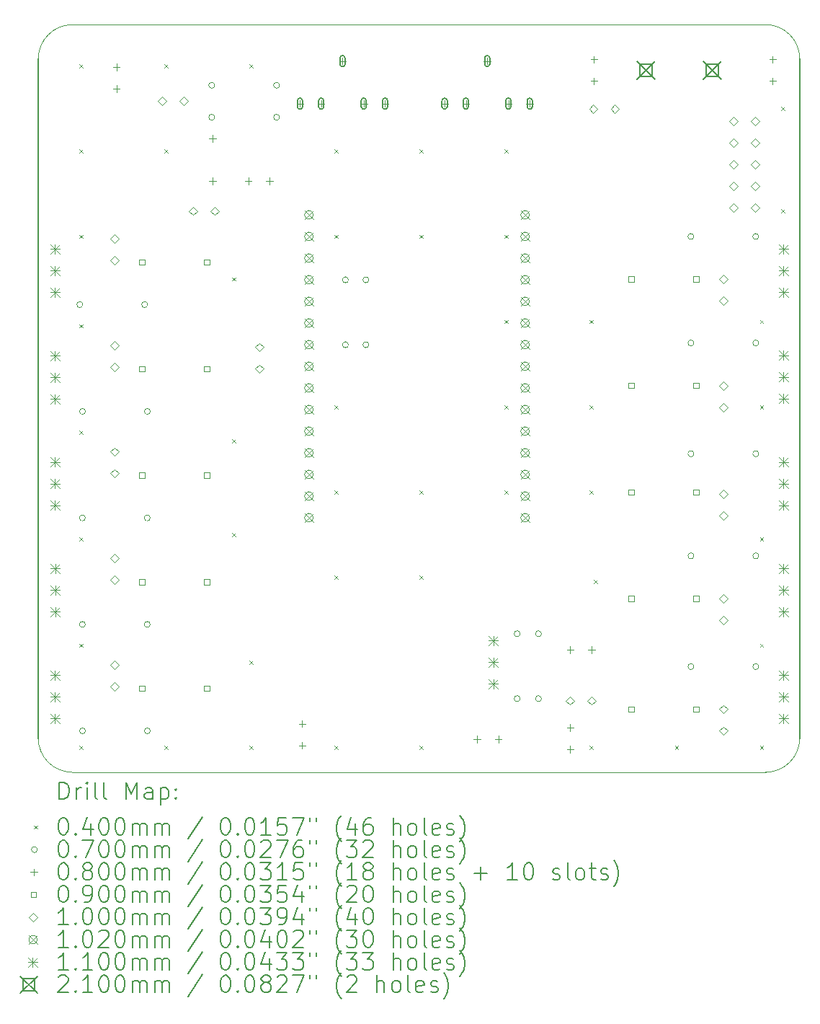
<source format=gbr>
%FSLAX45Y45*%
G04 Gerber Fmt 4.5, Leading zero omitted, Abs format (unit mm)*
G04 Created by KiCad (PCBNEW (6.0.4)) date 2023-03-25 19:23:12*
%MOMM*%
%LPD*%
G01*
G04 APERTURE LIST*
%TA.AperFunction,Profile*%
%ADD10C,0.100000*%
%TD*%
%TA.AperFunction,Profile*%
%ADD11C,0.200000*%
%TD*%
%ADD12C,0.200000*%
%ADD13C,0.040000*%
%ADD14C,0.070000*%
%ADD15C,0.080000*%
%ADD16C,0.090000*%
%ADD17C,0.100000*%
%ADD18C,0.102000*%
%ADD19C,0.110000*%
%ADD20C,0.210000*%
G04 APERTURE END LIST*
D10*
X5652843Y-6262843D02*
G75*
G03*
X5250000Y-6662843I0J-402853D01*
G01*
X14197157Y-6662843D02*
G75*
G03*
X13797157Y-6262843I-400000J0D01*
G01*
X13797157Y-15040000D02*
G75*
G03*
X14197157Y-14640000I0J400000D01*
G01*
X5250000Y-14640000D02*
G75*
G03*
X5650000Y-15040000I400000J0D01*
G01*
X13797157Y-6262843D02*
X5652843Y-6262843D01*
X5650000Y-15040000D02*
X13797157Y-15040000D01*
D11*
X14197157Y-6662843D02*
X14197157Y-14640000D01*
X5250000Y-6662843D02*
X5250000Y-14640000D01*
D12*
D13*
X5730000Y-6730000D02*
X5770000Y-6770000D01*
X5770000Y-6730000D02*
X5730000Y-6770000D01*
X5730000Y-7730000D02*
X5770000Y-7770000D01*
X5770000Y-7730000D02*
X5730000Y-7770000D01*
X5730000Y-8730000D02*
X5770000Y-8770000D01*
X5770000Y-8730000D02*
X5730000Y-8770000D01*
X5730000Y-9780000D02*
X5770000Y-9820000D01*
X5770000Y-9780000D02*
X5730000Y-9820000D01*
X5730000Y-11030000D02*
X5770000Y-11070000D01*
X5770000Y-11030000D02*
X5730000Y-11070000D01*
X5730000Y-12280000D02*
X5770000Y-12320000D01*
X5770000Y-12280000D02*
X5730000Y-12320000D01*
X5730000Y-13530000D02*
X5770000Y-13570000D01*
X5770000Y-13530000D02*
X5730000Y-13570000D01*
X5730000Y-14730000D02*
X5770000Y-14770000D01*
X5770000Y-14730000D02*
X5730000Y-14770000D01*
X6730000Y-6730000D02*
X6770000Y-6770000D01*
X6770000Y-6730000D02*
X6730000Y-6770000D01*
X6730000Y-7730000D02*
X6770000Y-7770000D01*
X6770000Y-7730000D02*
X6730000Y-7770000D01*
X6730000Y-14730000D02*
X6770000Y-14770000D01*
X6770000Y-14730000D02*
X6730000Y-14770000D01*
X7530000Y-9230000D02*
X7570000Y-9270000D01*
X7570000Y-9230000D02*
X7530000Y-9270000D01*
X7530000Y-11130000D02*
X7570000Y-11170000D01*
X7570000Y-11130000D02*
X7530000Y-11170000D01*
X7530000Y-12230000D02*
X7570000Y-12270000D01*
X7570000Y-12230000D02*
X7530000Y-12270000D01*
X7730000Y-6730000D02*
X7770000Y-6770000D01*
X7770000Y-6730000D02*
X7730000Y-6770000D01*
X7730000Y-13730000D02*
X7770000Y-13770000D01*
X7770000Y-13730000D02*
X7730000Y-13770000D01*
X7730000Y-14730000D02*
X7770000Y-14770000D01*
X7770000Y-14730000D02*
X7730000Y-14770000D01*
X8730000Y-7730000D02*
X8770000Y-7770000D01*
X8770000Y-7730000D02*
X8730000Y-7770000D01*
X8730000Y-8730000D02*
X8770000Y-8770000D01*
X8770000Y-8730000D02*
X8730000Y-8770000D01*
X8730000Y-10730000D02*
X8770000Y-10770000D01*
X8770000Y-10730000D02*
X8730000Y-10770000D01*
X8730000Y-11730000D02*
X8770000Y-11770000D01*
X8770000Y-11730000D02*
X8730000Y-11770000D01*
X8730000Y-12730000D02*
X8770000Y-12770000D01*
X8770000Y-12730000D02*
X8730000Y-12770000D01*
X8730000Y-14730000D02*
X8770000Y-14770000D01*
X8770000Y-14730000D02*
X8730000Y-14770000D01*
X9730000Y-7730000D02*
X9770000Y-7770000D01*
X9770000Y-7730000D02*
X9730000Y-7770000D01*
X9730000Y-8730000D02*
X9770000Y-8770000D01*
X9770000Y-8730000D02*
X9730000Y-8770000D01*
X9730000Y-11730000D02*
X9770000Y-11770000D01*
X9770000Y-11730000D02*
X9730000Y-11770000D01*
X9730000Y-12730000D02*
X9770000Y-12770000D01*
X9770000Y-12730000D02*
X9730000Y-12770000D01*
X9730000Y-14730000D02*
X9770000Y-14770000D01*
X9770000Y-14730000D02*
X9730000Y-14770000D01*
X10730000Y-7730000D02*
X10770000Y-7770000D01*
X10770000Y-7730000D02*
X10730000Y-7770000D01*
X10730000Y-8730000D02*
X10770000Y-8770000D01*
X10770000Y-8730000D02*
X10730000Y-8770000D01*
X10730000Y-9730000D02*
X10770000Y-9770000D01*
X10770000Y-9730000D02*
X10730000Y-9770000D01*
X10730000Y-10730000D02*
X10770000Y-10770000D01*
X10770000Y-10730000D02*
X10730000Y-10770000D01*
X10730000Y-11730000D02*
X10770000Y-11770000D01*
X10770000Y-11730000D02*
X10730000Y-11770000D01*
X11730000Y-9730000D02*
X11770000Y-9770000D01*
X11770000Y-9730000D02*
X11730000Y-9770000D01*
X11730000Y-10730000D02*
X11770000Y-10770000D01*
X11770000Y-10730000D02*
X11730000Y-10770000D01*
X11730000Y-11730000D02*
X11770000Y-11770000D01*
X11770000Y-11730000D02*
X11730000Y-11770000D01*
X11730000Y-14730000D02*
X11770000Y-14770000D01*
X11770000Y-14730000D02*
X11730000Y-14770000D01*
X11780000Y-12780000D02*
X11820000Y-12820000D01*
X11820000Y-12780000D02*
X11780000Y-12820000D01*
X12730000Y-14730000D02*
X12770000Y-14770000D01*
X12770000Y-14730000D02*
X12730000Y-14770000D01*
X13730000Y-9730000D02*
X13770000Y-9770000D01*
X13770000Y-9730000D02*
X13730000Y-9770000D01*
X13730000Y-10730000D02*
X13770000Y-10770000D01*
X13770000Y-10730000D02*
X13730000Y-10770000D01*
X13730000Y-12280000D02*
X13770000Y-12320000D01*
X13770000Y-12280000D02*
X13730000Y-12320000D01*
X13730000Y-13530000D02*
X13770000Y-13570000D01*
X13770000Y-13530000D02*
X13730000Y-13570000D01*
X13730000Y-14730000D02*
X13770000Y-14770000D01*
X13770000Y-14730000D02*
X13730000Y-14770000D01*
X13980000Y-7230000D02*
X14020000Y-7270000D01*
X14020000Y-7230000D02*
X13980000Y-7270000D01*
X13980000Y-8430000D02*
X14020000Y-8470000D01*
X14020000Y-8430000D02*
X13980000Y-8470000D01*
D14*
X5773000Y-9550000D02*
G75*
G03*
X5773000Y-9550000I-35000J0D01*
G01*
X5804000Y-10804000D02*
G75*
G03*
X5804000Y-10804000I-35000J0D01*
G01*
X5804000Y-12054000D02*
G75*
G03*
X5804000Y-12054000I-35000J0D01*
G01*
X5804000Y-13304000D02*
G75*
G03*
X5804000Y-13304000I-35000J0D01*
G01*
X5804000Y-14554000D02*
G75*
G03*
X5804000Y-14554000I-35000J0D01*
G01*
X6535000Y-9550000D02*
G75*
G03*
X6535000Y-9550000I-35000J0D01*
G01*
X6566000Y-10804000D02*
G75*
G03*
X6566000Y-10804000I-35000J0D01*
G01*
X6566000Y-12054000D02*
G75*
G03*
X6566000Y-12054000I-35000J0D01*
G01*
X6566000Y-13304000D02*
G75*
G03*
X6566000Y-13304000I-35000J0D01*
G01*
X6566000Y-14554000D02*
G75*
G03*
X6566000Y-14554000I-35000J0D01*
G01*
X7323000Y-6975000D02*
G75*
G03*
X7323000Y-6975000I-35000J0D01*
G01*
X7323000Y-7350000D02*
G75*
G03*
X7323000Y-7350000I-35000J0D01*
G01*
X8085000Y-6975000D02*
G75*
G03*
X8085000Y-6975000I-35000J0D01*
G01*
X8085000Y-7350000D02*
G75*
G03*
X8085000Y-7350000I-35000J0D01*
G01*
X8895000Y-9259000D02*
G75*
G03*
X8895000Y-9259000I-35000J0D01*
G01*
X8895000Y-10021000D02*
G75*
G03*
X8895000Y-10021000I-35000J0D01*
G01*
X9135000Y-9259000D02*
G75*
G03*
X9135000Y-9259000I-35000J0D01*
G01*
X9135000Y-10021000D02*
G75*
G03*
X9135000Y-10021000I-35000J0D01*
G01*
X10912000Y-13414000D02*
G75*
G03*
X10912000Y-13414000I-35000J0D01*
G01*
X10912000Y-14176000D02*
G75*
G03*
X10912000Y-14176000I-35000J0D01*
G01*
X11162000Y-13414000D02*
G75*
G03*
X11162000Y-13414000I-35000J0D01*
G01*
X11162000Y-14176000D02*
G75*
G03*
X11162000Y-14176000I-35000J0D01*
G01*
X12954000Y-8750000D02*
G75*
G03*
X12954000Y-8750000I-35000J0D01*
G01*
X12954000Y-10000000D02*
G75*
G03*
X12954000Y-10000000I-35000J0D01*
G01*
X12954000Y-11300000D02*
G75*
G03*
X12954000Y-11300000I-35000J0D01*
G01*
X12954000Y-12500000D02*
G75*
G03*
X12954000Y-12500000I-35000J0D01*
G01*
X12954000Y-13800000D02*
G75*
G03*
X12954000Y-13800000I-35000J0D01*
G01*
X13716000Y-8750000D02*
G75*
G03*
X13716000Y-8750000I-35000J0D01*
G01*
X13716000Y-10000000D02*
G75*
G03*
X13716000Y-10000000I-35000J0D01*
G01*
X13716000Y-11300000D02*
G75*
G03*
X13716000Y-11300000I-35000J0D01*
G01*
X13716000Y-12500000D02*
G75*
G03*
X13716000Y-12500000I-35000J0D01*
G01*
X13716000Y-13800000D02*
G75*
G03*
X13716000Y-13800000I-35000J0D01*
G01*
D15*
X6170000Y-6721000D02*
X6170000Y-6801000D01*
X6130000Y-6761000D02*
X6210000Y-6761000D01*
X6170000Y-6975000D02*
X6170000Y-7055000D01*
X6130000Y-7015000D02*
X6210000Y-7015000D01*
X7300000Y-7560000D02*
X7300000Y-7640000D01*
X7260000Y-7600000D02*
X7340000Y-7600000D01*
X7300000Y-8060000D02*
X7300000Y-8140000D01*
X7260000Y-8100000D02*
X7340000Y-8100000D01*
X7718238Y-8060000D02*
X7718238Y-8140000D01*
X7678238Y-8100000D02*
X7758238Y-8100000D01*
X7968238Y-8060000D02*
X7968238Y-8140000D01*
X7928238Y-8100000D02*
X8008238Y-8100000D01*
X8324600Y-7150000D02*
X8324600Y-7230000D01*
X8284600Y-7190000D02*
X8364600Y-7190000D01*
D12*
X8294600Y-7155000D02*
X8294600Y-7225000D01*
X8354600Y-7155000D02*
X8354600Y-7225000D01*
X8294600Y-7225000D02*
G75*
G03*
X8354600Y-7225000I30000J0D01*
G01*
X8354600Y-7155000D02*
G75*
G03*
X8294600Y-7155000I-30000J0D01*
G01*
D15*
X8350000Y-14431000D02*
X8350000Y-14511000D01*
X8310000Y-14471000D02*
X8390000Y-14471000D01*
X8350000Y-14685000D02*
X8350000Y-14765000D01*
X8310000Y-14725000D02*
X8390000Y-14725000D01*
X8574600Y-7150000D02*
X8574600Y-7230000D01*
X8534600Y-7190000D02*
X8614600Y-7190000D01*
D12*
X8544600Y-7155000D02*
X8544600Y-7225000D01*
X8604600Y-7155000D02*
X8604600Y-7225000D01*
X8544600Y-7225000D02*
G75*
G03*
X8604600Y-7225000I30000J0D01*
G01*
X8604600Y-7155000D02*
G75*
G03*
X8544600Y-7155000I-30000J0D01*
G01*
D15*
X8824600Y-6650000D02*
X8824600Y-6730000D01*
X8784600Y-6690000D02*
X8864600Y-6690000D01*
D12*
X8794600Y-6655000D02*
X8794600Y-6725000D01*
X8854600Y-6655000D02*
X8854600Y-6725000D01*
X8794600Y-6725000D02*
G75*
G03*
X8854600Y-6725000I30000J0D01*
G01*
X8854600Y-6655000D02*
G75*
G03*
X8794600Y-6655000I-30000J0D01*
G01*
D15*
X9074600Y-7150000D02*
X9074600Y-7230000D01*
X9034600Y-7190000D02*
X9114600Y-7190000D01*
D12*
X9044600Y-7155000D02*
X9044600Y-7225000D01*
X9104600Y-7155000D02*
X9104600Y-7225000D01*
X9044600Y-7225000D02*
G75*
G03*
X9104600Y-7225000I30000J0D01*
G01*
X9104600Y-7155000D02*
G75*
G03*
X9044600Y-7155000I-30000J0D01*
G01*
D15*
X9324600Y-7150000D02*
X9324600Y-7230000D01*
X9284600Y-7190000D02*
X9364600Y-7190000D01*
D12*
X9294600Y-7155000D02*
X9294600Y-7225000D01*
X9354600Y-7155000D02*
X9354600Y-7225000D01*
X9294600Y-7225000D02*
G75*
G03*
X9354600Y-7225000I30000J0D01*
G01*
X9354600Y-7155000D02*
G75*
G03*
X9294600Y-7155000I-30000J0D01*
G01*
D15*
X10024600Y-7150000D02*
X10024600Y-7230000D01*
X9984600Y-7190000D02*
X10064600Y-7190000D01*
D12*
X9994600Y-7155000D02*
X9994600Y-7225000D01*
X10054600Y-7155000D02*
X10054600Y-7225000D01*
X9994600Y-7225000D02*
G75*
G03*
X10054600Y-7225000I30000J0D01*
G01*
X10054600Y-7155000D02*
G75*
G03*
X9994600Y-7155000I-30000J0D01*
G01*
D15*
X10274600Y-7150000D02*
X10274600Y-7230000D01*
X10234600Y-7190000D02*
X10314600Y-7190000D01*
D12*
X10244600Y-7155000D02*
X10244600Y-7225000D01*
X10304600Y-7155000D02*
X10304600Y-7225000D01*
X10244600Y-7225000D02*
G75*
G03*
X10304600Y-7225000I30000J0D01*
G01*
X10304600Y-7155000D02*
G75*
G03*
X10244600Y-7155000I-30000J0D01*
G01*
D15*
X10407240Y-14610000D02*
X10407240Y-14690000D01*
X10367240Y-14650000D02*
X10447240Y-14650000D01*
X10524600Y-6650000D02*
X10524600Y-6730000D01*
X10484600Y-6690000D02*
X10564600Y-6690000D01*
D12*
X10494600Y-6655000D02*
X10494600Y-6725000D01*
X10554600Y-6655000D02*
X10554600Y-6725000D01*
X10494600Y-6725000D02*
G75*
G03*
X10554600Y-6725000I30000J0D01*
G01*
X10554600Y-6655000D02*
G75*
G03*
X10494600Y-6655000I-30000J0D01*
G01*
D15*
X10657240Y-14610000D02*
X10657240Y-14690000D01*
X10617240Y-14650000D02*
X10697240Y-14650000D01*
X10774600Y-7150000D02*
X10774600Y-7230000D01*
X10734600Y-7190000D02*
X10814600Y-7190000D01*
D12*
X10744600Y-7155000D02*
X10744600Y-7225000D01*
X10804600Y-7155000D02*
X10804600Y-7225000D01*
X10744600Y-7225000D02*
G75*
G03*
X10804600Y-7225000I30000J0D01*
G01*
X10804600Y-7155000D02*
G75*
G03*
X10744600Y-7155000I-30000J0D01*
G01*
D15*
X11024600Y-7150000D02*
X11024600Y-7230000D01*
X10984600Y-7190000D02*
X11064600Y-7190000D01*
D12*
X10994600Y-7155000D02*
X10994600Y-7225000D01*
X11054600Y-7155000D02*
X11054600Y-7225000D01*
X10994600Y-7225000D02*
G75*
G03*
X11054600Y-7225000I30000J0D01*
G01*
X11054600Y-7155000D02*
G75*
G03*
X10994600Y-7155000I-30000J0D01*
G01*
D15*
X11500000Y-13560000D02*
X11500000Y-13640000D01*
X11460000Y-13600000D02*
X11540000Y-13600000D01*
X11500000Y-14475000D02*
X11500000Y-14555000D01*
X11460000Y-14515000D02*
X11540000Y-14515000D01*
X11500000Y-14729000D02*
X11500000Y-14809000D01*
X11460000Y-14769000D02*
X11540000Y-14769000D01*
X11750000Y-13560000D02*
X11750000Y-13640000D01*
X11710000Y-13600000D02*
X11790000Y-13600000D01*
X11780000Y-6631000D02*
X11780000Y-6711000D01*
X11740000Y-6671000D02*
X11820000Y-6671000D01*
X11780000Y-6885000D02*
X11780000Y-6965000D01*
X11740000Y-6925000D02*
X11820000Y-6925000D01*
X13880000Y-6631000D02*
X13880000Y-6711000D01*
X13840000Y-6671000D02*
X13920000Y-6671000D01*
X13880000Y-6885000D02*
X13880000Y-6965000D01*
X13840000Y-6925000D02*
X13920000Y-6925000D01*
D16*
X6500820Y-9081820D02*
X6500820Y-9018180D01*
X6437180Y-9018180D01*
X6437180Y-9081820D01*
X6500820Y-9081820D01*
X6500820Y-10335820D02*
X6500820Y-10272180D01*
X6437180Y-10272180D01*
X6437180Y-10335820D01*
X6500820Y-10335820D01*
X6500820Y-11585820D02*
X6500820Y-11522180D01*
X6437180Y-11522180D01*
X6437180Y-11585820D01*
X6500820Y-11585820D01*
X6500820Y-12835820D02*
X6500820Y-12772180D01*
X6437180Y-12772180D01*
X6437180Y-12835820D01*
X6500820Y-12835820D01*
X6500820Y-14085820D02*
X6500820Y-14022180D01*
X6437180Y-14022180D01*
X6437180Y-14085820D01*
X6500820Y-14085820D01*
X7262820Y-9081820D02*
X7262820Y-9018180D01*
X7199180Y-9018180D01*
X7199180Y-9081820D01*
X7262820Y-9081820D01*
X7262820Y-10335820D02*
X7262820Y-10272180D01*
X7199180Y-10272180D01*
X7199180Y-10335820D01*
X7262820Y-10335820D01*
X7262820Y-11585820D02*
X7262820Y-11522180D01*
X7199180Y-11522180D01*
X7199180Y-11585820D01*
X7262820Y-11585820D01*
X7262820Y-12835820D02*
X7262820Y-12772180D01*
X7199180Y-12772180D01*
X7199180Y-12835820D01*
X7262820Y-12835820D01*
X7262820Y-14085820D02*
X7262820Y-14022180D01*
X7199180Y-14022180D01*
X7199180Y-14085820D01*
X7262820Y-14085820D01*
X12250820Y-9281820D02*
X12250820Y-9218180D01*
X12187180Y-9218180D01*
X12187180Y-9281820D01*
X12250820Y-9281820D01*
X12250820Y-10531820D02*
X12250820Y-10468180D01*
X12187180Y-10468180D01*
X12187180Y-10531820D01*
X12250820Y-10531820D01*
X12250820Y-11781820D02*
X12250820Y-11718180D01*
X12187180Y-11718180D01*
X12187180Y-11781820D01*
X12250820Y-11781820D01*
X12250820Y-13031820D02*
X12250820Y-12968180D01*
X12187180Y-12968180D01*
X12187180Y-13031820D01*
X12250820Y-13031820D01*
X12250820Y-14331820D02*
X12250820Y-14268180D01*
X12187180Y-14268180D01*
X12187180Y-14331820D01*
X12250820Y-14331820D01*
X13012820Y-9281820D02*
X13012820Y-9218180D01*
X12949180Y-9218180D01*
X12949180Y-9281820D01*
X13012820Y-9281820D01*
X13012820Y-10531820D02*
X13012820Y-10468180D01*
X12949180Y-10468180D01*
X12949180Y-10531820D01*
X13012820Y-10531820D01*
X13012820Y-11781820D02*
X13012820Y-11718180D01*
X12949180Y-11718180D01*
X12949180Y-11781820D01*
X13012820Y-11781820D01*
X13012820Y-13031820D02*
X13012820Y-12968180D01*
X12949180Y-12968180D01*
X12949180Y-13031820D01*
X13012820Y-13031820D01*
X13012820Y-14331820D02*
X13012820Y-14268180D01*
X12949180Y-14268180D01*
X12949180Y-14331820D01*
X13012820Y-14331820D01*
D17*
X6150000Y-8823500D02*
X6200000Y-8773500D01*
X6150000Y-8723500D01*
X6100000Y-8773500D01*
X6150000Y-8823500D01*
X6150000Y-9077500D02*
X6200000Y-9027500D01*
X6150000Y-8977500D01*
X6100000Y-9027500D01*
X6150000Y-9077500D01*
X6150000Y-10077500D02*
X6200000Y-10027500D01*
X6150000Y-9977500D01*
X6100000Y-10027500D01*
X6150000Y-10077500D01*
X6150000Y-10331500D02*
X6200000Y-10281500D01*
X6150000Y-10231500D01*
X6100000Y-10281500D01*
X6150000Y-10331500D01*
X6150000Y-11327500D02*
X6200000Y-11277500D01*
X6150000Y-11227500D01*
X6100000Y-11277500D01*
X6150000Y-11327500D01*
X6150000Y-11581500D02*
X6200000Y-11531500D01*
X6150000Y-11481500D01*
X6100000Y-11531500D01*
X6150000Y-11581500D01*
X6150000Y-12577500D02*
X6200000Y-12527500D01*
X6150000Y-12477500D01*
X6100000Y-12527500D01*
X6150000Y-12577500D01*
X6150000Y-12831500D02*
X6200000Y-12781500D01*
X6150000Y-12731500D01*
X6100000Y-12781500D01*
X6150000Y-12831500D01*
X6150000Y-13827500D02*
X6200000Y-13777500D01*
X6150000Y-13727500D01*
X6100000Y-13777500D01*
X6150000Y-13827500D01*
X6150000Y-14081500D02*
X6200000Y-14031500D01*
X6150000Y-13981500D01*
X6100000Y-14031500D01*
X6150000Y-14081500D01*
X6702500Y-7210000D02*
X6752500Y-7160000D01*
X6702500Y-7110000D01*
X6652500Y-7160000D01*
X6702500Y-7210000D01*
X6956500Y-7210000D02*
X7006500Y-7160000D01*
X6956500Y-7110000D01*
X6906500Y-7160000D01*
X6956500Y-7210000D01*
X7072500Y-8500000D02*
X7122500Y-8450000D01*
X7072500Y-8400000D01*
X7022500Y-8450000D01*
X7072500Y-8500000D01*
X7326500Y-8500000D02*
X7376500Y-8450000D01*
X7326500Y-8400000D01*
X7276500Y-8450000D01*
X7326500Y-8500000D01*
X7850000Y-10100000D02*
X7900000Y-10050000D01*
X7850000Y-10000000D01*
X7800000Y-10050000D01*
X7850000Y-10100000D01*
X7850000Y-10354000D02*
X7900000Y-10304000D01*
X7850000Y-10254000D01*
X7800000Y-10304000D01*
X7850000Y-10354000D01*
X11500500Y-14248740D02*
X11550500Y-14198740D01*
X11500500Y-14148740D01*
X11450500Y-14198740D01*
X11500500Y-14248740D01*
X11754500Y-14248740D02*
X11804500Y-14198740D01*
X11754500Y-14148740D01*
X11704500Y-14198740D01*
X11754500Y-14248740D01*
X11772500Y-7300000D02*
X11822500Y-7250000D01*
X11772500Y-7200000D01*
X11722500Y-7250000D01*
X11772500Y-7300000D01*
X12026500Y-7300000D02*
X12076500Y-7250000D01*
X12026500Y-7200000D01*
X11976500Y-7250000D01*
X12026500Y-7300000D01*
X13300000Y-9300000D02*
X13350000Y-9250000D01*
X13300000Y-9200000D01*
X13250000Y-9250000D01*
X13300000Y-9300000D01*
X13300000Y-9554000D02*
X13350000Y-9504000D01*
X13300000Y-9454000D01*
X13250000Y-9504000D01*
X13300000Y-9554000D01*
X13300000Y-10550000D02*
X13350000Y-10500000D01*
X13300000Y-10450000D01*
X13250000Y-10500000D01*
X13300000Y-10550000D01*
X13300000Y-10804000D02*
X13350000Y-10754000D01*
X13300000Y-10704000D01*
X13250000Y-10754000D01*
X13300000Y-10804000D01*
X13300000Y-11822500D02*
X13350000Y-11772500D01*
X13300000Y-11722500D01*
X13250000Y-11772500D01*
X13300000Y-11822500D01*
X13300000Y-12076500D02*
X13350000Y-12026500D01*
X13300000Y-11976500D01*
X13250000Y-12026500D01*
X13300000Y-12076500D01*
X13300000Y-13050000D02*
X13350000Y-13000000D01*
X13300000Y-12950000D01*
X13250000Y-13000000D01*
X13300000Y-13050000D01*
X13300000Y-13304000D02*
X13350000Y-13254000D01*
X13300000Y-13204000D01*
X13250000Y-13254000D01*
X13300000Y-13304000D01*
X13300000Y-14350000D02*
X13350000Y-14300000D01*
X13300000Y-14250000D01*
X13250000Y-14300000D01*
X13300000Y-14350000D01*
X13300000Y-14604000D02*
X13350000Y-14554000D01*
X13300000Y-14504000D01*
X13250000Y-14554000D01*
X13300000Y-14604000D01*
X13422500Y-7442500D02*
X13472500Y-7392500D01*
X13422500Y-7342500D01*
X13372500Y-7392500D01*
X13422500Y-7442500D01*
X13422500Y-7696500D02*
X13472500Y-7646500D01*
X13422500Y-7596500D01*
X13372500Y-7646500D01*
X13422500Y-7696500D01*
X13422500Y-7950500D02*
X13472500Y-7900500D01*
X13422500Y-7850500D01*
X13372500Y-7900500D01*
X13422500Y-7950500D01*
X13422500Y-8204500D02*
X13472500Y-8154500D01*
X13422500Y-8104500D01*
X13372500Y-8154500D01*
X13422500Y-8204500D01*
X13422500Y-8458500D02*
X13472500Y-8408500D01*
X13422500Y-8358500D01*
X13372500Y-8408500D01*
X13422500Y-8458500D01*
X13676500Y-7442500D02*
X13726500Y-7392500D01*
X13676500Y-7342500D01*
X13626500Y-7392500D01*
X13676500Y-7442500D01*
X13676500Y-7696500D02*
X13726500Y-7646500D01*
X13676500Y-7596500D01*
X13626500Y-7646500D01*
X13676500Y-7696500D01*
X13676500Y-7950500D02*
X13726500Y-7900500D01*
X13676500Y-7850500D01*
X13626500Y-7900500D01*
X13676500Y-7950500D01*
X13676500Y-8204500D02*
X13726500Y-8154500D01*
X13676500Y-8104500D01*
X13626500Y-8154500D01*
X13676500Y-8204500D01*
X13676500Y-8458500D02*
X13726500Y-8408500D01*
X13676500Y-8358500D01*
X13626500Y-8408500D01*
X13676500Y-8458500D01*
D18*
X8379000Y-8444500D02*
X8481000Y-8546500D01*
X8481000Y-8444500D02*
X8379000Y-8546500D01*
X8481000Y-8495500D02*
G75*
G03*
X8481000Y-8495500I-51000J0D01*
G01*
X8379000Y-8698500D02*
X8481000Y-8800500D01*
X8481000Y-8698500D02*
X8379000Y-8800500D01*
X8481000Y-8749500D02*
G75*
G03*
X8481000Y-8749500I-51000J0D01*
G01*
X8379000Y-8952500D02*
X8481000Y-9054500D01*
X8481000Y-8952500D02*
X8379000Y-9054500D01*
X8481000Y-9003500D02*
G75*
G03*
X8481000Y-9003500I-51000J0D01*
G01*
X8379000Y-9206500D02*
X8481000Y-9308500D01*
X8481000Y-9206500D02*
X8379000Y-9308500D01*
X8481000Y-9257500D02*
G75*
G03*
X8481000Y-9257500I-51000J0D01*
G01*
X8379000Y-9460500D02*
X8481000Y-9562500D01*
X8481000Y-9460500D02*
X8379000Y-9562500D01*
X8481000Y-9511500D02*
G75*
G03*
X8481000Y-9511500I-51000J0D01*
G01*
X8379000Y-9714500D02*
X8481000Y-9816500D01*
X8481000Y-9714500D02*
X8379000Y-9816500D01*
X8481000Y-9765500D02*
G75*
G03*
X8481000Y-9765500I-51000J0D01*
G01*
X8379000Y-9968500D02*
X8481000Y-10070500D01*
X8481000Y-9968500D02*
X8379000Y-10070500D01*
X8481000Y-10019500D02*
G75*
G03*
X8481000Y-10019500I-51000J0D01*
G01*
X8379000Y-10222500D02*
X8481000Y-10324500D01*
X8481000Y-10222500D02*
X8379000Y-10324500D01*
X8481000Y-10273500D02*
G75*
G03*
X8481000Y-10273500I-51000J0D01*
G01*
X8379000Y-10476500D02*
X8481000Y-10578500D01*
X8481000Y-10476500D02*
X8379000Y-10578500D01*
X8481000Y-10527500D02*
G75*
G03*
X8481000Y-10527500I-51000J0D01*
G01*
X8379000Y-10730500D02*
X8481000Y-10832500D01*
X8481000Y-10730500D02*
X8379000Y-10832500D01*
X8481000Y-10781500D02*
G75*
G03*
X8481000Y-10781500I-51000J0D01*
G01*
X8379000Y-10984500D02*
X8481000Y-11086500D01*
X8481000Y-10984500D02*
X8379000Y-11086500D01*
X8481000Y-11035500D02*
G75*
G03*
X8481000Y-11035500I-51000J0D01*
G01*
X8379000Y-11238500D02*
X8481000Y-11340500D01*
X8481000Y-11238500D02*
X8379000Y-11340500D01*
X8481000Y-11289500D02*
G75*
G03*
X8481000Y-11289500I-51000J0D01*
G01*
X8379000Y-11492500D02*
X8481000Y-11594500D01*
X8481000Y-11492500D02*
X8379000Y-11594500D01*
X8481000Y-11543500D02*
G75*
G03*
X8481000Y-11543500I-51000J0D01*
G01*
X8379000Y-11746500D02*
X8481000Y-11848500D01*
X8481000Y-11746500D02*
X8379000Y-11848500D01*
X8481000Y-11797500D02*
G75*
G03*
X8481000Y-11797500I-51000J0D01*
G01*
X8379000Y-12000500D02*
X8481000Y-12102500D01*
X8481000Y-12000500D02*
X8379000Y-12102500D01*
X8481000Y-12051500D02*
G75*
G03*
X8481000Y-12051500I-51000J0D01*
G01*
X10919000Y-8444500D02*
X11021000Y-8546500D01*
X11021000Y-8444500D02*
X10919000Y-8546500D01*
X11021000Y-8495500D02*
G75*
G03*
X11021000Y-8495500I-51000J0D01*
G01*
X10919000Y-8698500D02*
X11021000Y-8800500D01*
X11021000Y-8698500D02*
X10919000Y-8800500D01*
X11021000Y-8749500D02*
G75*
G03*
X11021000Y-8749500I-51000J0D01*
G01*
X10919000Y-8952500D02*
X11021000Y-9054500D01*
X11021000Y-8952500D02*
X10919000Y-9054500D01*
X11021000Y-9003500D02*
G75*
G03*
X11021000Y-9003500I-51000J0D01*
G01*
X10919000Y-9206500D02*
X11021000Y-9308500D01*
X11021000Y-9206500D02*
X10919000Y-9308500D01*
X11021000Y-9257500D02*
G75*
G03*
X11021000Y-9257500I-51000J0D01*
G01*
X10919000Y-9460500D02*
X11021000Y-9562500D01*
X11021000Y-9460500D02*
X10919000Y-9562500D01*
X11021000Y-9511500D02*
G75*
G03*
X11021000Y-9511500I-51000J0D01*
G01*
X10919000Y-9714500D02*
X11021000Y-9816500D01*
X11021000Y-9714500D02*
X10919000Y-9816500D01*
X11021000Y-9765500D02*
G75*
G03*
X11021000Y-9765500I-51000J0D01*
G01*
X10919000Y-9968500D02*
X11021000Y-10070500D01*
X11021000Y-9968500D02*
X10919000Y-10070500D01*
X11021000Y-10019500D02*
G75*
G03*
X11021000Y-10019500I-51000J0D01*
G01*
X10919000Y-10222500D02*
X11021000Y-10324500D01*
X11021000Y-10222500D02*
X10919000Y-10324500D01*
X11021000Y-10273500D02*
G75*
G03*
X11021000Y-10273500I-51000J0D01*
G01*
X10919000Y-10476500D02*
X11021000Y-10578500D01*
X11021000Y-10476500D02*
X10919000Y-10578500D01*
X11021000Y-10527500D02*
G75*
G03*
X11021000Y-10527500I-51000J0D01*
G01*
X10919000Y-10730500D02*
X11021000Y-10832500D01*
X11021000Y-10730500D02*
X10919000Y-10832500D01*
X11021000Y-10781500D02*
G75*
G03*
X11021000Y-10781500I-51000J0D01*
G01*
X10919000Y-10984500D02*
X11021000Y-11086500D01*
X11021000Y-10984500D02*
X10919000Y-11086500D01*
X11021000Y-11035500D02*
G75*
G03*
X11021000Y-11035500I-51000J0D01*
G01*
X10919000Y-11238500D02*
X11021000Y-11340500D01*
X11021000Y-11238500D02*
X10919000Y-11340500D01*
X11021000Y-11289500D02*
G75*
G03*
X11021000Y-11289500I-51000J0D01*
G01*
X10919000Y-11492500D02*
X11021000Y-11594500D01*
X11021000Y-11492500D02*
X10919000Y-11594500D01*
X11021000Y-11543500D02*
G75*
G03*
X11021000Y-11543500I-51000J0D01*
G01*
X10919000Y-11746500D02*
X11021000Y-11848500D01*
X11021000Y-11746500D02*
X10919000Y-11848500D01*
X11021000Y-11797500D02*
G75*
G03*
X11021000Y-11797500I-51000J0D01*
G01*
X10919000Y-12000500D02*
X11021000Y-12102500D01*
X11021000Y-12000500D02*
X10919000Y-12102500D01*
X11021000Y-12051500D02*
G75*
G03*
X11021000Y-12051500I-51000J0D01*
G01*
D19*
X5389500Y-8841000D02*
X5499500Y-8951000D01*
X5499500Y-8841000D02*
X5389500Y-8951000D01*
X5444500Y-8841000D02*
X5444500Y-8951000D01*
X5389500Y-8896000D02*
X5499500Y-8896000D01*
X5389500Y-9095000D02*
X5499500Y-9205000D01*
X5499500Y-9095000D02*
X5389500Y-9205000D01*
X5444500Y-9095000D02*
X5444500Y-9205000D01*
X5389500Y-9150000D02*
X5499500Y-9150000D01*
X5389500Y-9349000D02*
X5499500Y-9459000D01*
X5499500Y-9349000D02*
X5389500Y-9459000D01*
X5444500Y-9349000D02*
X5444500Y-9459000D01*
X5389500Y-9404000D02*
X5499500Y-9404000D01*
X5389500Y-10095000D02*
X5499500Y-10205000D01*
X5499500Y-10095000D02*
X5389500Y-10205000D01*
X5444500Y-10095000D02*
X5444500Y-10205000D01*
X5389500Y-10150000D02*
X5499500Y-10150000D01*
X5389500Y-10349000D02*
X5499500Y-10459000D01*
X5499500Y-10349000D02*
X5389500Y-10459000D01*
X5444500Y-10349000D02*
X5444500Y-10459000D01*
X5389500Y-10404000D02*
X5499500Y-10404000D01*
X5389500Y-10603000D02*
X5499500Y-10713000D01*
X5499500Y-10603000D02*
X5389500Y-10713000D01*
X5444500Y-10603000D02*
X5444500Y-10713000D01*
X5389500Y-10658000D02*
X5499500Y-10658000D01*
X5389500Y-11345000D02*
X5499500Y-11455000D01*
X5499500Y-11345000D02*
X5389500Y-11455000D01*
X5444500Y-11345000D02*
X5444500Y-11455000D01*
X5389500Y-11400000D02*
X5499500Y-11400000D01*
X5389500Y-11599000D02*
X5499500Y-11709000D01*
X5499500Y-11599000D02*
X5389500Y-11709000D01*
X5444500Y-11599000D02*
X5444500Y-11709000D01*
X5389500Y-11654000D02*
X5499500Y-11654000D01*
X5389500Y-11853000D02*
X5499500Y-11963000D01*
X5499500Y-11853000D02*
X5389500Y-11963000D01*
X5444500Y-11853000D02*
X5444500Y-11963000D01*
X5389500Y-11908000D02*
X5499500Y-11908000D01*
X5389500Y-13845000D02*
X5499500Y-13955000D01*
X5499500Y-13845000D02*
X5389500Y-13955000D01*
X5444500Y-13845000D02*
X5444500Y-13955000D01*
X5389500Y-13900000D02*
X5499500Y-13900000D01*
X5389500Y-14099000D02*
X5499500Y-14209000D01*
X5499500Y-14099000D02*
X5389500Y-14209000D01*
X5444500Y-14099000D02*
X5444500Y-14209000D01*
X5389500Y-14154000D02*
X5499500Y-14154000D01*
X5389500Y-14353000D02*
X5499500Y-14463000D01*
X5499500Y-14353000D02*
X5389500Y-14463000D01*
X5444500Y-14353000D02*
X5444500Y-14463000D01*
X5389500Y-14408000D02*
X5499500Y-14408000D01*
X5395000Y-12591000D02*
X5505000Y-12701000D01*
X5505000Y-12591000D02*
X5395000Y-12701000D01*
X5450000Y-12591000D02*
X5450000Y-12701000D01*
X5395000Y-12646000D02*
X5505000Y-12646000D01*
X5395000Y-12845000D02*
X5505000Y-12955000D01*
X5505000Y-12845000D02*
X5395000Y-12955000D01*
X5450000Y-12845000D02*
X5450000Y-12955000D01*
X5395000Y-12900000D02*
X5505000Y-12900000D01*
X5395000Y-13099000D02*
X5505000Y-13209000D01*
X5505000Y-13099000D02*
X5395000Y-13209000D01*
X5450000Y-13099000D02*
X5450000Y-13209000D01*
X5395000Y-13154000D02*
X5505000Y-13154000D01*
X10545000Y-13437000D02*
X10655000Y-13547000D01*
X10655000Y-13437000D02*
X10545000Y-13547000D01*
X10600000Y-13437000D02*
X10600000Y-13547000D01*
X10545000Y-13492000D02*
X10655000Y-13492000D01*
X10545000Y-13691000D02*
X10655000Y-13801000D01*
X10655000Y-13691000D02*
X10545000Y-13801000D01*
X10600000Y-13691000D02*
X10600000Y-13801000D01*
X10545000Y-13746000D02*
X10655000Y-13746000D01*
X10545000Y-13945000D02*
X10655000Y-14055000D01*
X10655000Y-13945000D02*
X10545000Y-14055000D01*
X10600000Y-13945000D02*
X10600000Y-14055000D01*
X10545000Y-14000000D02*
X10655000Y-14000000D01*
X13950500Y-8841000D02*
X14060500Y-8951000D01*
X14060500Y-8841000D02*
X13950500Y-8951000D01*
X14005500Y-8841000D02*
X14005500Y-8951000D01*
X13950500Y-8896000D02*
X14060500Y-8896000D01*
X13950500Y-9095000D02*
X14060500Y-9205000D01*
X14060500Y-9095000D02*
X13950500Y-9205000D01*
X14005500Y-9095000D02*
X14005500Y-9205000D01*
X13950500Y-9150000D02*
X14060500Y-9150000D01*
X13950500Y-9349000D02*
X14060500Y-9459000D01*
X14060500Y-9349000D02*
X13950500Y-9459000D01*
X14005500Y-9349000D02*
X14005500Y-9459000D01*
X13950500Y-9404000D02*
X14060500Y-9404000D01*
X13950500Y-10091000D02*
X14060500Y-10201000D01*
X14060500Y-10091000D02*
X13950500Y-10201000D01*
X14005500Y-10091000D02*
X14005500Y-10201000D01*
X13950500Y-10146000D02*
X14060500Y-10146000D01*
X13950500Y-10345000D02*
X14060500Y-10455000D01*
X14060500Y-10345000D02*
X13950500Y-10455000D01*
X14005500Y-10345000D02*
X14005500Y-10455000D01*
X13950500Y-10400000D02*
X14060500Y-10400000D01*
X13950500Y-10599000D02*
X14060500Y-10709000D01*
X14060500Y-10599000D02*
X13950500Y-10709000D01*
X14005500Y-10599000D02*
X14005500Y-10709000D01*
X13950500Y-10654000D02*
X14060500Y-10654000D01*
X13950500Y-11345000D02*
X14060500Y-11455000D01*
X14060500Y-11345000D02*
X13950500Y-11455000D01*
X14005500Y-11345000D02*
X14005500Y-11455000D01*
X13950500Y-11400000D02*
X14060500Y-11400000D01*
X13950500Y-11599000D02*
X14060500Y-11709000D01*
X14060500Y-11599000D02*
X13950500Y-11709000D01*
X14005500Y-11599000D02*
X14005500Y-11709000D01*
X13950500Y-11654000D02*
X14060500Y-11654000D01*
X13950500Y-11853000D02*
X14060500Y-11963000D01*
X14060500Y-11853000D02*
X13950500Y-11963000D01*
X14005500Y-11853000D02*
X14005500Y-11963000D01*
X13950500Y-11908000D02*
X14060500Y-11908000D01*
X13950500Y-12591000D02*
X14060500Y-12701000D01*
X14060500Y-12591000D02*
X13950500Y-12701000D01*
X14005500Y-12591000D02*
X14005500Y-12701000D01*
X13950500Y-12646000D02*
X14060500Y-12646000D01*
X13950500Y-12845000D02*
X14060500Y-12955000D01*
X14060500Y-12845000D02*
X13950500Y-12955000D01*
X14005500Y-12845000D02*
X14005500Y-12955000D01*
X13950500Y-12900000D02*
X14060500Y-12900000D01*
X13950500Y-13099000D02*
X14060500Y-13209000D01*
X14060500Y-13099000D02*
X13950500Y-13209000D01*
X14005500Y-13099000D02*
X14005500Y-13209000D01*
X13950500Y-13154000D02*
X14060500Y-13154000D01*
X13950500Y-13845000D02*
X14060500Y-13955000D01*
X14060500Y-13845000D02*
X13950500Y-13955000D01*
X14005500Y-13845000D02*
X14005500Y-13955000D01*
X13950500Y-13900000D02*
X14060500Y-13900000D01*
X13950500Y-14099000D02*
X14060500Y-14209000D01*
X14060500Y-14099000D02*
X13950500Y-14209000D01*
X14005500Y-14099000D02*
X14005500Y-14209000D01*
X13950500Y-14154000D02*
X14060500Y-14154000D01*
X13950500Y-14353000D02*
X14060500Y-14463000D01*
X14060500Y-14353000D02*
X13950500Y-14463000D01*
X14005500Y-14353000D02*
X14005500Y-14463000D01*
X13950500Y-14408000D02*
X14060500Y-14408000D01*
D20*
X12285000Y-6695000D02*
X12495000Y-6905000D01*
X12495000Y-6695000D02*
X12285000Y-6905000D01*
X12464247Y-6874247D02*
X12464247Y-6725753D01*
X12315753Y-6725753D01*
X12315753Y-6874247D01*
X12464247Y-6874247D01*
X13065000Y-6695000D02*
X13275000Y-6905000D01*
X13275000Y-6695000D02*
X13065000Y-6905000D01*
X13244247Y-6874247D02*
X13244247Y-6725753D01*
X13095753Y-6725753D01*
X13095753Y-6874247D01*
X13244247Y-6874247D01*
D12*
X5497619Y-15355476D02*
X5497619Y-15155476D01*
X5545238Y-15155476D01*
X5573810Y-15165000D01*
X5592857Y-15184048D01*
X5602381Y-15203095D01*
X5611905Y-15241190D01*
X5611905Y-15269762D01*
X5602381Y-15307857D01*
X5592857Y-15326905D01*
X5573810Y-15345952D01*
X5545238Y-15355476D01*
X5497619Y-15355476D01*
X5697619Y-15355476D02*
X5697619Y-15222143D01*
X5697619Y-15260238D02*
X5707143Y-15241190D01*
X5716667Y-15231667D01*
X5735714Y-15222143D01*
X5754762Y-15222143D01*
X5821428Y-15355476D02*
X5821428Y-15222143D01*
X5821428Y-15155476D02*
X5811905Y-15165000D01*
X5821428Y-15174524D01*
X5830952Y-15165000D01*
X5821428Y-15155476D01*
X5821428Y-15174524D01*
X5945238Y-15355476D02*
X5926190Y-15345952D01*
X5916667Y-15326905D01*
X5916667Y-15155476D01*
X6050000Y-15355476D02*
X6030952Y-15345952D01*
X6021428Y-15326905D01*
X6021428Y-15155476D01*
X6278571Y-15355476D02*
X6278571Y-15155476D01*
X6345238Y-15298333D01*
X6411905Y-15155476D01*
X6411905Y-15355476D01*
X6592857Y-15355476D02*
X6592857Y-15250714D01*
X6583333Y-15231667D01*
X6564286Y-15222143D01*
X6526190Y-15222143D01*
X6507143Y-15231667D01*
X6592857Y-15345952D02*
X6573809Y-15355476D01*
X6526190Y-15355476D01*
X6507143Y-15345952D01*
X6497619Y-15326905D01*
X6497619Y-15307857D01*
X6507143Y-15288809D01*
X6526190Y-15279286D01*
X6573809Y-15279286D01*
X6592857Y-15269762D01*
X6688095Y-15222143D02*
X6688095Y-15422143D01*
X6688095Y-15231667D02*
X6707143Y-15222143D01*
X6745238Y-15222143D01*
X6764286Y-15231667D01*
X6773809Y-15241190D01*
X6783333Y-15260238D01*
X6783333Y-15317381D01*
X6773809Y-15336428D01*
X6764286Y-15345952D01*
X6745238Y-15355476D01*
X6707143Y-15355476D01*
X6688095Y-15345952D01*
X6869048Y-15336428D02*
X6878571Y-15345952D01*
X6869048Y-15355476D01*
X6859524Y-15345952D01*
X6869048Y-15336428D01*
X6869048Y-15355476D01*
X6869048Y-15231667D02*
X6878571Y-15241190D01*
X6869048Y-15250714D01*
X6859524Y-15241190D01*
X6869048Y-15231667D01*
X6869048Y-15250714D01*
D13*
X5200000Y-15665000D02*
X5240000Y-15705000D01*
X5240000Y-15665000D02*
X5200000Y-15705000D01*
D12*
X5535714Y-15575476D02*
X5554762Y-15575476D01*
X5573810Y-15585000D01*
X5583333Y-15594524D01*
X5592857Y-15613571D01*
X5602381Y-15651667D01*
X5602381Y-15699286D01*
X5592857Y-15737381D01*
X5583333Y-15756428D01*
X5573810Y-15765952D01*
X5554762Y-15775476D01*
X5535714Y-15775476D01*
X5516667Y-15765952D01*
X5507143Y-15756428D01*
X5497619Y-15737381D01*
X5488095Y-15699286D01*
X5488095Y-15651667D01*
X5497619Y-15613571D01*
X5507143Y-15594524D01*
X5516667Y-15585000D01*
X5535714Y-15575476D01*
X5688095Y-15756428D02*
X5697619Y-15765952D01*
X5688095Y-15775476D01*
X5678571Y-15765952D01*
X5688095Y-15756428D01*
X5688095Y-15775476D01*
X5869048Y-15642143D02*
X5869048Y-15775476D01*
X5821428Y-15565952D02*
X5773809Y-15708809D01*
X5897619Y-15708809D01*
X6011905Y-15575476D02*
X6030952Y-15575476D01*
X6050000Y-15585000D01*
X6059524Y-15594524D01*
X6069048Y-15613571D01*
X6078571Y-15651667D01*
X6078571Y-15699286D01*
X6069048Y-15737381D01*
X6059524Y-15756428D01*
X6050000Y-15765952D01*
X6030952Y-15775476D01*
X6011905Y-15775476D01*
X5992857Y-15765952D01*
X5983333Y-15756428D01*
X5973809Y-15737381D01*
X5964286Y-15699286D01*
X5964286Y-15651667D01*
X5973809Y-15613571D01*
X5983333Y-15594524D01*
X5992857Y-15585000D01*
X6011905Y-15575476D01*
X6202381Y-15575476D02*
X6221428Y-15575476D01*
X6240476Y-15585000D01*
X6250000Y-15594524D01*
X6259524Y-15613571D01*
X6269048Y-15651667D01*
X6269048Y-15699286D01*
X6259524Y-15737381D01*
X6250000Y-15756428D01*
X6240476Y-15765952D01*
X6221428Y-15775476D01*
X6202381Y-15775476D01*
X6183333Y-15765952D01*
X6173809Y-15756428D01*
X6164286Y-15737381D01*
X6154762Y-15699286D01*
X6154762Y-15651667D01*
X6164286Y-15613571D01*
X6173809Y-15594524D01*
X6183333Y-15585000D01*
X6202381Y-15575476D01*
X6354762Y-15775476D02*
X6354762Y-15642143D01*
X6354762Y-15661190D02*
X6364286Y-15651667D01*
X6383333Y-15642143D01*
X6411905Y-15642143D01*
X6430952Y-15651667D01*
X6440476Y-15670714D01*
X6440476Y-15775476D01*
X6440476Y-15670714D02*
X6450000Y-15651667D01*
X6469048Y-15642143D01*
X6497619Y-15642143D01*
X6516667Y-15651667D01*
X6526190Y-15670714D01*
X6526190Y-15775476D01*
X6621428Y-15775476D02*
X6621428Y-15642143D01*
X6621428Y-15661190D02*
X6630952Y-15651667D01*
X6650000Y-15642143D01*
X6678571Y-15642143D01*
X6697619Y-15651667D01*
X6707143Y-15670714D01*
X6707143Y-15775476D01*
X6707143Y-15670714D02*
X6716667Y-15651667D01*
X6735714Y-15642143D01*
X6764286Y-15642143D01*
X6783333Y-15651667D01*
X6792857Y-15670714D01*
X6792857Y-15775476D01*
X7183333Y-15565952D02*
X7011905Y-15823095D01*
X7440476Y-15575476D02*
X7459524Y-15575476D01*
X7478571Y-15585000D01*
X7488095Y-15594524D01*
X7497619Y-15613571D01*
X7507143Y-15651667D01*
X7507143Y-15699286D01*
X7497619Y-15737381D01*
X7488095Y-15756428D01*
X7478571Y-15765952D01*
X7459524Y-15775476D01*
X7440476Y-15775476D01*
X7421428Y-15765952D01*
X7411905Y-15756428D01*
X7402381Y-15737381D01*
X7392857Y-15699286D01*
X7392857Y-15651667D01*
X7402381Y-15613571D01*
X7411905Y-15594524D01*
X7421428Y-15585000D01*
X7440476Y-15575476D01*
X7592857Y-15756428D02*
X7602381Y-15765952D01*
X7592857Y-15775476D01*
X7583333Y-15765952D01*
X7592857Y-15756428D01*
X7592857Y-15775476D01*
X7726190Y-15575476D02*
X7745238Y-15575476D01*
X7764286Y-15585000D01*
X7773809Y-15594524D01*
X7783333Y-15613571D01*
X7792857Y-15651667D01*
X7792857Y-15699286D01*
X7783333Y-15737381D01*
X7773809Y-15756428D01*
X7764286Y-15765952D01*
X7745238Y-15775476D01*
X7726190Y-15775476D01*
X7707143Y-15765952D01*
X7697619Y-15756428D01*
X7688095Y-15737381D01*
X7678571Y-15699286D01*
X7678571Y-15651667D01*
X7688095Y-15613571D01*
X7697619Y-15594524D01*
X7707143Y-15585000D01*
X7726190Y-15575476D01*
X7983333Y-15775476D02*
X7869048Y-15775476D01*
X7926190Y-15775476D02*
X7926190Y-15575476D01*
X7907143Y-15604048D01*
X7888095Y-15623095D01*
X7869048Y-15632619D01*
X8164286Y-15575476D02*
X8069048Y-15575476D01*
X8059524Y-15670714D01*
X8069048Y-15661190D01*
X8088095Y-15651667D01*
X8135714Y-15651667D01*
X8154762Y-15661190D01*
X8164286Y-15670714D01*
X8173809Y-15689762D01*
X8173809Y-15737381D01*
X8164286Y-15756428D01*
X8154762Y-15765952D01*
X8135714Y-15775476D01*
X8088095Y-15775476D01*
X8069048Y-15765952D01*
X8059524Y-15756428D01*
X8240476Y-15575476D02*
X8373809Y-15575476D01*
X8288095Y-15775476D01*
X8440476Y-15575476D02*
X8440476Y-15613571D01*
X8516667Y-15575476D02*
X8516667Y-15613571D01*
X8811905Y-15851667D02*
X8802381Y-15842143D01*
X8783333Y-15813571D01*
X8773810Y-15794524D01*
X8764286Y-15765952D01*
X8754762Y-15718333D01*
X8754762Y-15680238D01*
X8764286Y-15632619D01*
X8773810Y-15604048D01*
X8783333Y-15585000D01*
X8802381Y-15556428D01*
X8811905Y-15546905D01*
X8973810Y-15642143D02*
X8973810Y-15775476D01*
X8926190Y-15565952D02*
X8878571Y-15708809D01*
X9002381Y-15708809D01*
X9164286Y-15575476D02*
X9126190Y-15575476D01*
X9107143Y-15585000D01*
X9097619Y-15594524D01*
X9078571Y-15623095D01*
X9069048Y-15661190D01*
X9069048Y-15737381D01*
X9078571Y-15756428D01*
X9088095Y-15765952D01*
X9107143Y-15775476D01*
X9145238Y-15775476D01*
X9164286Y-15765952D01*
X9173810Y-15756428D01*
X9183333Y-15737381D01*
X9183333Y-15689762D01*
X9173810Y-15670714D01*
X9164286Y-15661190D01*
X9145238Y-15651667D01*
X9107143Y-15651667D01*
X9088095Y-15661190D01*
X9078571Y-15670714D01*
X9069048Y-15689762D01*
X9421429Y-15775476D02*
X9421429Y-15575476D01*
X9507143Y-15775476D02*
X9507143Y-15670714D01*
X9497619Y-15651667D01*
X9478571Y-15642143D01*
X9450000Y-15642143D01*
X9430952Y-15651667D01*
X9421429Y-15661190D01*
X9630952Y-15775476D02*
X9611905Y-15765952D01*
X9602381Y-15756428D01*
X9592857Y-15737381D01*
X9592857Y-15680238D01*
X9602381Y-15661190D01*
X9611905Y-15651667D01*
X9630952Y-15642143D01*
X9659524Y-15642143D01*
X9678571Y-15651667D01*
X9688095Y-15661190D01*
X9697619Y-15680238D01*
X9697619Y-15737381D01*
X9688095Y-15756428D01*
X9678571Y-15765952D01*
X9659524Y-15775476D01*
X9630952Y-15775476D01*
X9811905Y-15775476D02*
X9792857Y-15765952D01*
X9783333Y-15746905D01*
X9783333Y-15575476D01*
X9964286Y-15765952D02*
X9945238Y-15775476D01*
X9907143Y-15775476D01*
X9888095Y-15765952D01*
X9878571Y-15746905D01*
X9878571Y-15670714D01*
X9888095Y-15651667D01*
X9907143Y-15642143D01*
X9945238Y-15642143D01*
X9964286Y-15651667D01*
X9973810Y-15670714D01*
X9973810Y-15689762D01*
X9878571Y-15708809D01*
X10050000Y-15765952D02*
X10069048Y-15775476D01*
X10107143Y-15775476D01*
X10126190Y-15765952D01*
X10135714Y-15746905D01*
X10135714Y-15737381D01*
X10126190Y-15718333D01*
X10107143Y-15708809D01*
X10078571Y-15708809D01*
X10059524Y-15699286D01*
X10050000Y-15680238D01*
X10050000Y-15670714D01*
X10059524Y-15651667D01*
X10078571Y-15642143D01*
X10107143Y-15642143D01*
X10126190Y-15651667D01*
X10202381Y-15851667D02*
X10211905Y-15842143D01*
X10230952Y-15813571D01*
X10240476Y-15794524D01*
X10250000Y-15765952D01*
X10259524Y-15718333D01*
X10259524Y-15680238D01*
X10250000Y-15632619D01*
X10240476Y-15604048D01*
X10230952Y-15585000D01*
X10211905Y-15556428D01*
X10202381Y-15546905D01*
D14*
X5240000Y-15949000D02*
G75*
G03*
X5240000Y-15949000I-35000J0D01*
G01*
D12*
X5535714Y-15839476D02*
X5554762Y-15839476D01*
X5573810Y-15849000D01*
X5583333Y-15858524D01*
X5592857Y-15877571D01*
X5602381Y-15915667D01*
X5602381Y-15963286D01*
X5592857Y-16001381D01*
X5583333Y-16020428D01*
X5573810Y-16029952D01*
X5554762Y-16039476D01*
X5535714Y-16039476D01*
X5516667Y-16029952D01*
X5507143Y-16020428D01*
X5497619Y-16001381D01*
X5488095Y-15963286D01*
X5488095Y-15915667D01*
X5497619Y-15877571D01*
X5507143Y-15858524D01*
X5516667Y-15849000D01*
X5535714Y-15839476D01*
X5688095Y-16020428D02*
X5697619Y-16029952D01*
X5688095Y-16039476D01*
X5678571Y-16029952D01*
X5688095Y-16020428D01*
X5688095Y-16039476D01*
X5764286Y-15839476D02*
X5897619Y-15839476D01*
X5811905Y-16039476D01*
X6011905Y-15839476D02*
X6030952Y-15839476D01*
X6050000Y-15849000D01*
X6059524Y-15858524D01*
X6069048Y-15877571D01*
X6078571Y-15915667D01*
X6078571Y-15963286D01*
X6069048Y-16001381D01*
X6059524Y-16020428D01*
X6050000Y-16029952D01*
X6030952Y-16039476D01*
X6011905Y-16039476D01*
X5992857Y-16029952D01*
X5983333Y-16020428D01*
X5973809Y-16001381D01*
X5964286Y-15963286D01*
X5964286Y-15915667D01*
X5973809Y-15877571D01*
X5983333Y-15858524D01*
X5992857Y-15849000D01*
X6011905Y-15839476D01*
X6202381Y-15839476D02*
X6221428Y-15839476D01*
X6240476Y-15849000D01*
X6250000Y-15858524D01*
X6259524Y-15877571D01*
X6269048Y-15915667D01*
X6269048Y-15963286D01*
X6259524Y-16001381D01*
X6250000Y-16020428D01*
X6240476Y-16029952D01*
X6221428Y-16039476D01*
X6202381Y-16039476D01*
X6183333Y-16029952D01*
X6173809Y-16020428D01*
X6164286Y-16001381D01*
X6154762Y-15963286D01*
X6154762Y-15915667D01*
X6164286Y-15877571D01*
X6173809Y-15858524D01*
X6183333Y-15849000D01*
X6202381Y-15839476D01*
X6354762Y-16039476D02*
X6354762Y-15906143D01*
X6354762Y-15925190D02*
X6364286Y-15915667D01*
X6383333Y-15906143D01*
X6411905Y-15906143D01*
X6430952Y-15915667D01*
X6440476Y-15934714D01*
X6440476Y-16039476D01*
X6440476Y-15934714D02*
X6450000Y-15915667D01*
X6469048Y-15906143D01*
X6497619Y-15906143D01*
X6516667Y-15915667D01*
X6526190Y-15934714D01*
X6526190Y-16039476D01*
X6621428Y-16039476D02*
X6621428Y-15906143D01*
X6621428Y-15925190D02*
X6630952Y-15915667D01*
X6650000Y-15906143D01*
X6678571Y-15906143D01*
X6697619Y-15915667D01*
X6707143Y-15934714D01*
X6707143Y-16039476D01*
X6707143Y-15934714D02*
X6716667Y-15915667D01*
X6735714Y-15906143D01*
X6764286Y-15906143D01*
X6783333Y-15915667D01*
X6792857Y-15934714D01*
X6792857Y-16039476D01*
X7183333Y-15829952D02*
X7011905Y-16087095D01*
X7440476Y-15839476D02*
X7459524Y-15839476D01*
X7478571Y-15849000D01*
X7488095Y-15858524D01*
X7497619Y-15877571D01*
X7507143Y-15915667D01*
X7507143Y-15963286D01*
X7497619Y-16001381D01*
X7488095Y-16020428D01*
X7478571Y-16029952D01*
X7459524Y-16039476D01*
X7440476Y-16039476D01*
X7421428Y-16029952D01*
X7411905Y-16020428D01*
X7402381Y-16001381D01*
X7392857Y-15963286D01*
X7392857Y-15915667D01*
X7402381Y-15877571D01*
X7411905Y-15858524D01*
X7421428Y-15849000D01*
X7440476Y-15839476D01*
X7592857Y-16020428D02*
X7602381Y-16029952D01*
X7592857Y-16039476D01*
X7583333Y-16029952D01*
X7592857Y-16020428D01*
X7592857Y-16039476D01*
X7726190Y-15839476D02*
X7745238Y-15839476D01*
X7764286Y-15849000D01*
X7773809Y-15858524D01*
X7783333Y-15877571D01*
X7792857Y-15915667D01*
X7792857Y-15963286D01*
X7783333Y-16001381D01*
X7773809Y-16020428D01*
X7764286Y-16029952D01*
X7745238Y-16039476D01*
X7726190Y-16039476D01*
X7707143Y-16029952D01*
X7697619Y-16020428D01*
X7688095Y-16001381D01*
X7678571Y-15963286D01*
X7678571Y-15915667D01*
X7688095Y-15877571D01*
X7697619Y-15858524D01*
X7707143Y-15849000D01*
X7726190Y-15839476D01*
X7869048Y-15858524D02*
X7878571Y-15849000D01*
X7897619Y-15839476D01*
X7945238Y-15839476D01*
X7964286Y-15849000D01*
X7973809Y-15858524D01*
X7983333Y-15877571D01*
X7983333Y-15896619D01*
X7973809Y-15925190D01*
X7859524Y-16039476D01*
X7983333Y-16039476D01*
X8050000Y-15839476D02*
X8183333Y-15839476D01*
X8097619Y-16039476D01*
X8345238Y-15839476D02*
X8307143Y-15839476D01*
X8288095Y-15849000D01*
X8278571Y-15858524D01*
X8259524Y-15887095D01*
X8250000Y-15925190D01*
X8250000Y-16001381D01*
X8259524Y-16020428D01*
X8269048Y-16029952D01*
X8288095Y-16039476D01*
X8326190Y-16039476D01*
X8345238Y-16029952D01*
X8354762Y-16020428D01*
X8364286Y-16001381D01*
X8364286Y-15953762D01*
X8354762Y-15934714D01*
X8345238Y-15925190D01*
X8326190Y-15915667D01*
X8288095Y-15915667D01*
X8269048Y-15925190D01*
X8259524Y-15934714D01*
X8250000Y-15953762D01*
X8440476Y-15839476D02*
X8440476Y-15877571D01*
X8516667Y-15839476D02*
X8516667Y-15877571D01*
X8811905Y-16115667D02*
X8802381Y-16106143D01*
X8783333Y-16077571D01*
X8773810Y-16058524D01*
X8764286Y-16029952D01*
X8754762Y-15982333D01*
X8754762Y-15944238D01*
X8764286Y-15896619D01*
X8773810Y-15868048D01*
X8783333Y-15849000D01*
X8802381Y-15820428D01*
X8811905Y-15810905D01*
X8869048Y-15839476D02*
X8992857Y-15839476D01*
X8926190Y-15915667D01*
X8954762Y-15915667D01*
X8973810Y-15925190D01*
X8983333Y-15934714D01*
X8992857Y-15953762D01*
X8992857Y-16001381D01*
X8983333Y-16020428D01*
X8973810Y-16029952D01*
X8954762Y-16039476D01*
X8897619Y-16039476D01*
X8878571Y-16029952D01*
X8869048Y-16020428D01*
X9069048Y-15858524D02*
X9078571Y-15849000D01*
X9097619Y-15839476D01*
X9145238Y-15839476D01*
X9164286Y-15849000D01*
X9173810Y-15858524D01*
X9183333Y-15877571D01*
X9183333Y-15896619D01*
X9173810Y-15925190D01*
X9059524Y-16039476D01*
X9183333Y-16039476D01*
X9421429Y-16039476D02*
X9421429Y-15839476D01*
X9507143Y-16039476D02*
X9507143Y-15934714D01*
X9497619Y-15915667D01*
X9478571Y-15906143D01*
X9450000Y-15906143D01*
X9430952Y-15915667D01*
X9421429Y-15925190D01*
X9630952Y-16039476D02*
X9611905Y-16029952D01*
X9602381Y-16020428D01*
X9592857Y-16001381D01*
X9592857Y-15944238D01*
X9602381Y-15925190D01*
X9611905Y-15915667D01*
X9630952Y-15906143D01*
X9659524Y-15906143D01*
X9678571Y-15915667D01*
X9688095Y-15925190D01*
X9697619Y-15944238D01*
X9697619Y-16001381D01*
X9688095Y-16020428D01*
X9678571Y-16029952D01*
X9659524Y-16039476D01*
X9630952Y-16039476D01*
X9811905Y-16039476D02*
X9792857Y-16029952D01*
X9783333Y-16010905D01*
X9783333Y-15839476D01*
X9964286Y-16029952D02*
X9945238Y-16039476D01*
X9907143Y-16039476D01*
X9888095Y-16029952D01*
X9878571Y-16010905D01*
X9878571Y-15934714D01*
X9888095Y-15915667D01*
X9907143Y-15906143D01*
X9945238Y-15906143D01*
X9964286Y-15915667D01*
X9973810Y-15934714D01*
X9973810Y-15953762D01*
X9878571Y-15972809D01*
X10050000Y-16029952D02*
X10069048Y-16039476D01*
X10107143Y-16039476D01*
X10126190Y-16029952D01*
X10135714Y-16010905D01*
X10135714Y-16001381D01*
X10126190Y-15982333D01*
X10107143Y-15972809D01*
X10078571Y-15972809D01*
X10059524Y-15963286D01*
X10050000Y-15944238D01*
X10050000Y-15934714D01*
X10059524Y-15915667D01*
X10078571Y-15906143D01*
X10107143Y-15906143D01*
X10126190Y-15915667D01*
X10202381Y-16115667D02*
X10211905Y-16106143D01*
X10230952Y-16077571D01*
X10240476Y-16058524D01*
X10250000Y-16029952D01*
X10259524Y-15982333D01*
X10259524Y-15944238D01*
X10250000Y-15896619D01*
X10240476Y-15868048D01*
X10230952Y-15849000D01*
X10211905Y-15820428D01*
X10202381Y-15810905D01*
D15*
X5200000Y-16173000D02*
X5200000Y-16253000D01*
X5160000Y-16213000D02*
X5240000Y-16213000D01*
D12*
X5535714Y-16103476D02*
X5554762Y-16103476D01*
X5573810Y-16113000D01*
X5583333Y-16122524D01*
X5592857Y-16141571D01*
X5602381Y-16179667D01*
X5602381Y-16227286D01*
X5592857Y-16265381D01*
X5583333Y-16284428D01*
X5573810Y-16293952D01*
X5554762Y-16303476D01*
X5535714Y-16303476D01*
X5516667Y-16293952D01*
X5507143Y-16284428D01*
X5497619Y-16265381D01*
X5488095Y-16227286D01*
X5488095Y-16179667D01*
X5497619Y-16141571D01*
X5507143Y-16122524D01*
X5516667Y-16113000D01*
X5535714Y-16103476D01*
X5688095Y-16284428D02*
X5697619Y-16293952D01*
X5688095Y-16303476D01*
X5678571Y-16293952D01*
X5688095Y-16284428D01*
X5688095Y-16303476D01*
X5811905Y-16189190D02*
X5792857Y-16179667D01*
X5783333Y-16170143D01*
X5773809Y-16151095D01*
X5773809Y-16141571D01*
X5783333Y-16122524D01*
X5792857Y-16113000D01*
X5811905Y-16103476D01*
X5850000Y-16103476D01*
X5869048Y-16113000D01*
X5878571Y-16122524D01*
X5888095Y-16141571D01*
X5888095Y-16151095D01*
X5878571Y-16170143D01*
X5869048Y-16179667D01*
X5850000Y-16189190D01*
X5811905Y-16189190D01*
X5792857Y-16198714D01*
X5783333Y-16208238D01*
X5773809Y-16227286D01*
X5773809Y-16265381D01*
X5783333Y-16284428D01*
X5792857Y-16293952D01*
X5811905Y-16303476D01*
X5850000Y-16303476D01*
X5869048Y-16293952D01*
X5878571Y-16284428D01*
X5888095Y-16265381D01*
X5888095Y-16227286D01*
X5878571Y-16208238D01*
X5869048Y-16198714D01*
X5850000Y-16189190D01*
X6011905Y-16103476D02*
X6030952Y-16103476D01*
X6050000Y-16113000D01*
X6059524Y-16122524D01*
X6069048Y-16141571D01*
X6078571Y-16179667D01*
X6078571Y-16227286D01*
X6069048Y-16265381D01*
X6059524Y-16284428D01*
X6050000Y-16293952D01*
X6030952Y-16303476D01*
X6011905Y-16303476D01*
X5992857Y-16293952D01*
X5983333Y-16284428D01*
X5973809Y-16265381D01*
X5964286Y-16227286D01*
X5964286Y-16179667D01*
X5973809Y-16141571D01*
X5983333Y-16122524D01*
X5992857Y-16113000D01*
X6011905Y-16103476D01*
X6202381Y-16103476D02*
X6221428Y-16103476D01*
X6240476Y-16113000D01*
X6250000Y-16122524D01*
X6259524Y-16141571D01*
X6269048Y-16179667D01*
X6269048Y-16227286D01*
X6259524Y-16265381D01*
X6250000Y-16284428D01*
X6240476Y-16293952D01*
X6221428Y-16303476D01*
X6202381Y-16303476D01*
X6183333Y-16293952D01*
X6173809Y-16284428D01*
X6164286Y-16265381D01*
X6154762Y-16227286D01*
X6154762Y-16179667D01*
X6164286Y-16141571D01*
X6173809Y-16122524D01*
X6183333Y-16113000D01*
X6202381Y-16103476D01*
X6354762Y-16303476D02*
X6354762Y-16170143D01*
X6354762Y-16189190D02*
X6364286Y-16179667D01*
X6383333Y-16170143D01*
X6411905Y-16170143D01*
X6430952Y-16179667D01*
X6440476Y-16198714D01*
X6440476Y-16303476D01*
X6440476Y-16198714D02*
X6450000Y-16179667D01*
X6469048Y-16170143D01*
X6497619Y-16170143D01*
X6516667Y-16179667D01*
X6526190Y-16198714D01*
X6526190Y-16303476D01*
X6621428Y-16303476D02*
X6621428Y-16170143D01*
X6621428Y-16189190D02*
X6630952Y-16179667D01*
X6650000Y-16170143D01*
X6678571Y-16170143D01*
X6697619Y-16179667D01*
X6707143Y-16198714D01*
X6707143Y-16303476D01*
X6707143Y-16198714D02*
X6716667Y-16179667D01*
X6735714Y-16170143D01*
X6764286Y-16170143D01*
X6783333Y-16179667D01*
X6792857Y-16198714D01*
X6792857Y-16303476D01*
X7183333Y-16093952D02*
X7011905Y-16351095D01*
X7440476Y-16103476D02*
X7459524Y-16103476D01*
X7478571Y-16113000D01*
X7488095Y-16122524D01*
X7497619Y-16141571D01*
X7507143Y-16179667D01*
X7507143Y-16227286D01*
X7497619Y-16265381D01*
X7488095Y-16284428D01*
X7478571Y-16293952D01*
X7459524Y-16303476D01*
X7440476Y-16303476D01*
X7421428Y-16293952D01*
X7411905Y-16284428D01*
X7402381Y-16265381D01*
X7392857Y-16227286D01*
X7392857Y-16179667D01*
X7402381Y-16141571D01*
X7411905Y-16122524D01*
X7421428Y-16113000D01*
X7440476Y-16103476D01*
X7592857Y-16284428D02*
X7602381Y-16293952D01*
X7592857Y-16303476D01*
X7583333Y-16293952D01*
X7592857Y-16284428D01*
X7592857Y-16303476D01*
X7726190Y-16103476D02*
X7745238Y-16103476D01*
X7764286Y-16113000D01*
X7773809Y-16122524D01*
X7783333Y-16141571D01*
X7792857Y-16179667D01*
X7792857Y-16227286D01*
X7783333Y-16265381D01*
X7773809Y-16284428D01*
X7764286Y-16293952D01*
X7745238Y-16303476D01*
X7726190Y-16303476D01*
X7707143Y-16293952D01*
X7697619Y-16284428D01*
X7688095Y-16265381D01*
X7678571Y-16227286D01*
X7678571Y-16179667D01*
X7688095Y-16141571D01*
X7697619Y-16122524D01*
X7707143Y-16113000D01*
X7726190Y-16103476D01*
X7859524Y-16103476D02*
X7983333Y-16103476D01*
X7916667Y-16179667D01*
X7945238Y-16179667D01*
X7964286Y-16189190D01*
X7973809Y-16198714D01*
X7983333Y-16217762D01*
X7983333Y-16265381D01*
X7973809Y-16284428D01*
X7964286Y-16293952D01*
X7945238Y-16303476D01*
X7888095Y-16303476D01*
X7869048Y-16293952D01*
X7859524Y-16284428D01*
X8173809Y-16303476D02*
X8059524Y-16303476D01*
X8116667Y-16303476D02*
X8116667Y-16103476D01*
X8097619Y-16132048D01*
X8078571Y-16151095D01*
X8059524Y-16160619D01*
X8354762Y-16103476D02*
X8259524Y-16103476D01*
X8250000Y-16198714D01*
X8259524Y-16189190D01*
X8278571Y-16179667D01*
X8326190Y-16179667D01*
X8345238Y-16189190D01*
X8354762Y-16198714D01*
X8364286Y-16217762D01*
X8364286Y-16265381D01*
X8354762Y-16284428D01*
X8345238Y-16293952D01*
X8326190Y-16303476D01*
X8278571Y-16303476D01*
X8259524Y-16293952D01*
X8250000Y-16284428D01*
X8440476Y-16103476D02*
X8440476Y-16141571D01*
X8516667Y-16103476D02*
X8516667Y-16141571D01*
X8811905Y-16379667D02*
X8802381Y-16370143D01*
X8783333Y-16341571D01*
X8773810Y-16322524D01*
X8764286Y-16293952D01*
X8754762Y-16246333D01*
X8754762Y-16208238D01*
X8764286Y-16160619D01*
X8773810Y-16132048D01*
X8783333Y-16113000D01*
X8802381Y-16084428D01*
X8811905Y-16074905D01*
X8992857Y-16303476D02*
X8878571Y-16303476D01*
X8935714Y-16303476D02*
X8935714Y-16103476D01*
X8916667Y-16132048D01*
X8897619Y-16151095D01*
X8878571Y-16160619D01*
X9107143Y-16189190D02*
X9088095Y-16179667D01*
X9078571Y-16170143D01*
X9069048Y-16151095D01*
X9069048Y-16141571D01*
X9078571Y-16122524D01*
X9088095Y-16113000D01*
X9107143Y-16103476D01*
X9145238Y-16103476D01*
X9164286Y-16113000D01*
X9173810Y-16122524D01*
X9183333Y-16141571D01*
X9183333Y-16151095D01*
X9173810Y-16170143D01*
X9164286Y-16179667D01*
X9145238Y-16189190D01*
X9107143Y-16189190D01*
X9088095Y-16198714D01*
X9078571Y-16208238D01*
X9069048Y-16227286D01*
X9069048Y-16265381D01*
X9078571Y-16284428D01*
X9088095Y-16293952D01*
X9107143Y-16303476D01*
X9145238Y-16303476D01*
X9164286Y-16293952D01*
X9173810Y-16284428D01*
X9183333Y-16265381D01*
X9183333Y-16227286D01*
X9173810Y-16208238D01*
X9164286Y-16198714D01*
X9145238Y-16189190D01*
X9421429Y-16303476D02*
X9421429Y-16103476D01*
X9507143Y-16303476D02*
X9507143Y-16198714D01*
X9497619Y-16179667D01*
X9478571Y-16170143D01*
X9450000Y-16170143D01*
X9430952Y-16179667D01*
X9421429Y-16189190D01*
X9630952Y-16303476D02*
X9611905Y-16293952D01*
X9602381Y-16284428D01*
X9592857Y-16265381D01*
X9592857Y-16208238D01*
X9602381Y-16189190D01*
X9611905Y-16179667D01*
X9630952Y-16170143D01*
X9659524Y-16170143D01*
X9678571Y-16179667D01*
X9688095Y-16189190D01*
X9697619Y-16208238D01*
X9697619Y-16265381D01*
X9688095Y-16284428D01*
X9678571Y-16293952D01*
X9659524Y-16303476D01*
X9630952Y-16303476D01*
X9811905Y-16303476D02*
X9792857Y-16293952D01*
X9783333Y-16274905D01*
X9783333Y-16103476D01*
X9964286Y-16293952D02*
X9945238Y-16303476D01*
X9907143Y-16303476D01*
X9888095Y-16293952D01*
X9878571Y-16274905D01*
X9878571Y-16198714D01*
X9888095Y-16179667D01*
X9907143Y-16170143D01*
X9945238Y-16170143D01*
X9964286Y-16179667D01*
X9973810Y-16198714D01*
X9973810Y-16217762D01*
X9878571Y-16236809D01*
X10050000Y-16293952D02*
X10069048Y-16303476D01*
X10107143Y-16303476D01*
X10126190Y-16293952D01*
X10135714Y-16274905D01*
X10135714Y-16265381D01*
X10126190Y-16246333D01*
X10107143Y-16236809D01*
X10078571Y-16236809D01*
X10059524Y-16227286D01*
X10050000Y-16208238D01*
X10050000Y-16198714D01*
X10059524Y-16179667D01*
X10078571Y-16170143D01*
X10107143Y-16170143D01*
X10126190Y-16179667D01*
X10373810Y-16227286D02*
X10526190Y-16227286D01*
X10450000Y-16303476D02*
X10450000Y-16151095D01*
X10878571Y-16303476D02*
X10764286Y-16303476D01*
X10821429Y-16303476D02*
X10821429Y-16103476D01*
X10802381Y-16132048D01*
X10783333Y-16151095D01*
X10764286Y-16160619D01*
X11002381Y-16103476D02*
X11021429Y-16103476D01*
X11040476Y-16113000D01*
X11050000Y-16122524D01*
X11059524Y-16141571D01*
X11069048Y-16179667D01*
X11069048Y-16227286D01*
X11059524Y-16265381D01*
X11050000Y-16284428D01*
X11040476Y-16293952D01*
X11021429Y-16303476D01*
X11002381Y-16303476D01*
X10983333Y-16293952D01*
X10973810Y-16284428D01*
X10964286Y-16265381D01*
X10954762Y-16227286D01*
X10954762Y-16179667D01*
X10964286Y-16141571D01*
X10973810Y-16122524D01*
X10983333Y-16113000D01*
X11002381Y-16103476D01*
X11297619Y-16293952D02*
X11316667Y-16303476D01*
X11354762Y-16303476D01*
X11373809Y-16293952D01*
X11383333Y-16274905D01*
X11383333Y-16265381D01*
X11373809Y-16246333D01*
X11354762Y-16236809D01*
X11326190Y-16236809D01*
X11307143Y-16227286D01*
X11297619Y-16208238D01*
X11297619Y-16198714D01*
X11307143Y-16179667D01*
X11326190Y-16170143D01*
X11354762Y-16170143D01*
X11373809Y-16179667D01*
X11497619Y-16303476D02*
X11478571Y-16293952D01*
X11469048Y-16274905D01*
X11469048Y-16103476D01*
X11602381Y-16303476D02*
X11583333Y-16293952D01*
X11573809Y-16284428D01*
X11564286Y-16265381D01*
X11564286Y-16208238D01*
X11573809Y-16189190D01*
X11583333Y-16179667D01*
X11602381Y-16170143D01*
X11630952Y-16170143D01*
X11650000Y-16179667D01*
X11659524Y-16189190D01*
X11669048Y-16208238D01*
X11669048Y-16265381D01*
X11659524Y-16284428D01*
X11650000Y-16293952D01*
X11630952Y-16303476D01*
X11602381Y-16303476D01*
X11726190Y-16170143D02*
X11802381Y-16170143D01*
X11754762Y-16103476D02*
X11754762Y-16274905D01*
X11764286Y-16293952D01*
X11783333Y-16303476D01*
X11802381Y-16303476D01*
X11859524Y-16293952D02*
X11878571Y-16303476D01*
X11916667Y-16303476D01*
X11935714Y-16293952D01*
X11945238Y-16274905D01*
X11945238Y-16265381D01*
X11935714Y-16246333D01*
X11916667Y-16236809D01*
X11888095Y-16236809D01*
X11869048Y-16227286D01*
X11859524Y-16208238D01*
X11859524Y-16198714D01*
X11869048Y-16179667D01*
X11888095Y-16170143D01*
X11916667Y-16170143D01*
X11935714Y-16179667D01*
X12011905Y-16379667D02*
X12021428Y-16370143D01*
X12040476Y-16341571D01*
X12050000Y-16322524D01*
X12059524Y-16293952D01*
X12069048Y-16246333D01*
X12069048Y-16208238D01*
X12059524Y-16160619D01*
X12050000Y-16132048D01*
X12040476Y-16113000D01*
X12021428Y-16084428D01*
X12011905Y-16074905D01*
D16*
X5226820Y-16508820D02*
X5226820Y-16445180D01*
X5163180Y-16445180D01*
X5163180Y-16508820D01*
X5226820Y-16508820D01*
D12*
X5535714Y-16367476D02*
X5554762Y-16367476D01*
X5573810Y-16377000D01*
X5583333Y-16386524D01*
X5592857Y-16405571D01*
X5602381Y-16443667D01*
X5602381Y-16491286D01*
X5592857Y-16529381D01*
X5583333Y-16548428D01*
X5573810Y-16557952D01*
X5554762Y-16567476D01*
X5535714Y-16567476D01*
X5516667Y-16557952D01*
X5507143Y-16548428D01*
X5497619Y-16529381D01*
X5488095Y-16491286D01*
X5488095Y-16443667D01*
X5497619Y-16405571D01*
X5507143Y-16386524D01*
X5516667Y-16377000D01*
X5535714Y-16367476D01*
X5688095Y-16548428D02*
X5697619Y-16557952D01*
X5688095Y-16567476D01*
X5678571Y-16557952D01*
X5688095Y-16548428D01*
X5688095Y-16567476D01*
X5792857Y-16567476D02*
X5830952Y-16567476D01*
X5850000Y-16557952D01*
X5859524Y-16548428D01*
X5878571Y-16519857D01*
X5888095Y-16481762D01*
X5888095Y-16405571D01*
X5878571Y-16386524D01*
X5869048Y-16377000D01*
X5850000Y-16367476D01*
X5811905Y-16367476D01*
X5792857Y-16377000D01*
X5783333Y-16386524D01*
X5773809Y-16405571D01*
X5773809Y-16453190D01*
X5783333Y-16472238D01*
X5792857Y-16481762D01*
X5811905Y-16491286D01*
X5850000Y-16491286D01*
X5869048Y-16481762D01*
X5878571Y-16472238D01*
X5888095Y-16453190D01*
X6011905Y-16367476D02*
X6030952Y-16367476D01*
X6050000Y-16377000D01*
X6059524Y-16386524D01*
X6069048Y-16405571D01*
X6078571Y-16443667D01*
X6078571Y-16491286D01*
X6069048Y-16529381D01*
X6059524Y-16548428D01*
X6050000Y-16557952D01*
X6030952Y-16567476D01*
X6011905Y-16567476D01*
X5992857Y-16557952D01*
X5983333Y-16548428D01*
X5973809Y-16529381D01*
X5964286Y-16491286D01*
X5964286Y-16443667D01*
X5973809Y-16405571D01*
X5983333Y-16386524D01*
X5992857Y-16377000D01*
X6011905Y-16367476D01*
X6202381Y-16367476D02*
X6221428Y-16367476D01*
X6240476Y-16377000D01*
X6250000Y-16386524D01*
X6259524Y-16405571D01*
X6269048Y-16443667D01*
X6269048Y-16491286D01*
X6259524Y-16529381D01*
X6250000Y-16548428D01*
X6240476Y-16557952D01*
X6221428Y-16567476D01*
X6202381Y-16567476D01*
X6183333Y-16557952D01*
X6173809Y-16548428D01*
X6164286Y-16529381D01*
X6154762Y-16491286D01*
X6154762Y-16443667D01*
X6164286Y-16405571D01*
X6173809Y-16386524D01*
X6183333Y-16377000D01*
X6202381Y-16367476D01*
X6354762Y-16567476D02*
X6354762Y-16434143D01*
X6354762Y-16453190D02*
X6364286Y-16443667D01*
X6383333Y-16434143D01*
X6411905Y-16434143D01*
X6430952Y-16443667D01*
X6440476Y-16462714D01*
X6440476Y-16567476D01*
X6440476Y-16462714D02*
X6450000Y-16443667D01*
X6469048Y-16434143D01*
X6497619Y-16434143D01*
X6516667Y-16443667D01*
X6526190Y-16462714D01*
X6526190Y-16567476D01*
X6621428Y-16567476D02*
X6621428Y-16434143D01*
X6621428Y-16453190D02*
X6630952Y-16443667D01*
X6650000Y-16434143D01*
X6678571Y-16434143D01*
X6697619Y-16443667D01*
X6707143Y-16462714D01*
X6707143Y-16567476D01*
X6707143Y-16462714D02*
X6716667Y-16443667D01*
X6735714Y-16434143D01*
X6764286Y-16434143D01*
X6783333Y-16443667D01*
X6792857Y-16462714D01*
X6792857Y-16567476D01*
X7183333Y-16357952D02*
X7011905Y-16615095D01*
X7440476Y-16367476D02*
X7459524Y-16367476D01*
X7478571Y-16377000D01*
X7488095Y-16386524D01*
X7497619Y-16405571D01*
X7507143Y-16443667D01*
X7507143Y-16491286D01*
X7497619Y-16529381D01*
X7488095Y-16548428D01*
X7478571Y-16557952D01*
X7459524Y-16567476D01*
X7440476Y-16567476D01*
X7421428Y-16557952D01*
X7411905Y-16548428D01*
X7402381Y-16529381D01*
X7392857Y-16491286D01*
X7392857Y-16443667D01*
X7402381Y-16405571D01*
X7411905Y-16386524D01*
X7421428Y-16377000D01*
X7440476Y-16367476D01*
X7592857Y-16548428D02*
X7602381Y-16557952D01*
X7592857Y-16567476D01*
X7583333Y-16557952D01*
X7592857Y-16548428D01*
X7592857Y-16567476D01*
X7726190Y-16367476D02*
X7745238Y-16367476D01*
X7764286Y-16377000D01*
X7773809Y-16386524D01*
X7783333Y-16405571D01*
X7792857Y-16443667D01*
X7792857Y-16491286D01*
X7783333Y-16529381D01*
X7773809Y-16548428D01*
X7764286Y-16557952D01*
X7745238Y-16567476D01*
X7726190Y-16567476D01*
X7707143Y-16557952D01*
X7697619Y-16548428D01*
X7688095Y-16529381D01*
X7678571Y-16491286D01*
X7678571Y-16443667D01*
X7688095Y-16405571D01*
X7697619Y-16386524D01*
X7707143Y-16377000D01*
X7726190Y-16367476D01*
X7859524Y-16367476D02*
X7983333Y-16367476D01*
X7916667Y-16443667D01*
X7945238Y-16443667D01*
X7964286Y-16453190D01*
X7973809Y-16462714D01*
X7983333Y-16481762D01*
X7983333Y-16529381D01*
X7973809Y-16548428D01*
X7964286Y-16557952D01*
X7945238Y-16567476D01*
X7888095Y-16567476D01*
X7869048Y-16557952D01*
X7859524Y-16548428D01*
X8164286Y-16367476D02*
X8069048Y-16367476D01*
X8059524Y-16462714D01*
X8069048Y-16453190D01*
X8088095Y-16443667D01*
X8135714Y-16443667D01*
X8154762Y-16453190D01*
X8164286Y-16462714D01*
X8173809Y-16481762D01*
X8173809Y-16529381D01*
X8164286Y-16548428D01*
X8154762Y-16557952D01*
X8135714Y-16567476D01*
X8088095Y-16567476D01*
X8069048Y-16557952D01*
X8059524Y-16548428D01*
X8345238Y-16434143D02*
X8345238Y-16567476D01*
X8297619Y-16357952D02*
X8250000Y-16500809D01*
X8373809Y-16500809D01*
X8440476Y-16367476D02*
X8440476Y-16405571D01*
X8516667Y-16367476D02*
X8516667Y-16405571D01*
X8811905Y-16643667D02*
X8802381Y-16634143D01*
X8783333Y-16605571D01*
X8773810Y-16586524D01*
X8764286Y-16557952D01*
X8754762Y-16510333D01*
X8754762Y-16472238D01*
X8764286Y-16424619D01*
X8773810Y-16396048D01*
X8783333Y-16377000D01*
X8802381Y-16348428D01*
X8811905Y-16338905D01*
X8878571Y-16386524D02*
X8888095Y-16377000D01*
X8907143Y-16367476D01*
X8954762Y-16367476D01*
X8973810Y-16377000D01*
X8983333Y-16386524D01*
X8992857Y-16405571D01*
X8992857Y-16424619D01*
X8983333Y-16453190D01*
X8869048Y-16567476D01*
X8992857Y-16567476D01*
X9116667Y-16367476D02*
X9135714Y-16367476D01*
X9154762Y-16377000D01*
X9164286Y-16386524D01*
X9173810Y-16405571D01*
X9183333Y-16443667D01*
X9183333Y-16491286D01*
X9173810Y-16529381D01*
X9164286Y-16548428D01*
X9154762Y-16557952D01*
X9135714Y-16567476D01*
X9116667Y-16567476D01*
X9097619Y-16557952D01*
X9088095Y-16548428D01*
X9078571Y-16529381D01*
X9069048Y-16491286D01*
X9069048Y-16443667D01*
X9078571Y-16405571D01*
X9088095Y-16386524D01*
X9097619Y-16377000D01*
X9116667Y-16367476D01*
X9421429Y-16567476D02*
X9421429Y-16367476D01*
X9507143Y-16567476D02*
X9507143Y-16462714D01*
X9497619Y-16443667D01*
X9478571Y-16434143D01*
X9450000Y-16434143D01*
X9430952Y-16443667D01*
X9421429Y-16453190D01*
X9630952Y-16567476D02*
X9611905Y-16557952D01*
X9602381Y-16548428D01*
X9592857Y-16529381D01*
X9592857Y-16472238D01*
X9602381Y-16453190D01*
X9611905Y-16443667D01*
X9630952Y-16434143D01*
X9659524Y-16434143D01*
X9678571Y-16443667D01*
X9688095Y-16453190D01*
X9697619Y-16472238D01*
X9697619Y-16529381D01*
X9688095Y-16548428D01*
X9678571Y-16557952D01*
X9659524Y-16567476D01*
X9630952Y-16567476D01*
X9811905Y-16567476D02*
X9792857Y-16557952D01*
X9783333Y-16538905D01*
X9783333Y-16367476D01*
X9964286Y-16557952D02*
X9945238Y-16567476D01*
X9907143Y-16567476D01*
X9888095Y-16557952D01*
X9878571Y-16538905D01*
X9878571Y-16462714D01*
X9888095Y-16443667D01*
X9907143Y-16434143D01*
X9945238Y-16434143D01*
X9964286Y-16443667D01*
X9973810Y-16462714D01*
X9973810Y-16481762D01*
X9878571Y-16500809D01*
X10050000Y-16557952D02*
X10069048Y-16567476D01*
X10107143Y-16567476D01*
X10126190Y-16557952D01*
X10135714Y-16538905D01*
X10135714Y-16529381D01*
X10126190Y-16510333D01*
X10107143Y-16500809D01*
X10078571Y-16500809D01*
X10059524Y-16491286D01*
X10050000Y-16472238D01*
X10050000Y-16462714D01*
X10059524Y-16443667D01*
X10078571Y-16434143D01*
X10107143Y-16434143D01*
X10126190Y-16443667D01*
X10202381Y-16643667D02*
X10211905Y-16634143D01*
X10230952Y-16605571D01*
X10240476Y-16586524D01*
X10250000Y-16557952D01*
X10259524Y-16510333D01*
X10259524Y-16472238D01*
X10250000Y-16424619D01*
X10240476Y-16396048D01*
X10230952Y-16377000D01*
X10211905Y-16348428D01*
X10202381Y-16338905D01*
D17*
X5190000Y-16791000D02*
X5240000Y-16741000D01*
X5190000Y-16691000D01*
X5140000Y-16741000D01*
X5190000Y-16791000D01*
D12*
X5602381Y-16831476D02*
X5488095Y-16831476D01*
X5545238Y-16831476D02*
X5545238Y-16631476D01*
X5526190Y-16660048D01*
X5507143Y-16679095D01*
X5488095Y-16688619D01*
X5688095Y-16812429D02*
X5697619Y-16821952D01*
X5688095Y-16831476D01*
X5678571Y-16821952D01*
X5688095Y-16812429D01*
X5688095Y-16831476D01*
X5821428Y-16631476D02*
X5840476Y-16631476D01*
X5859524Y-16641000D01*
X5869048Y-16650524D01*
X5878571Y-16669571D01*
X5888095Y-16707667D01*
X5888095Y-16755286D01*
X5878571Y-16793381D01*
X5869048Y-16812429D01*
X5859524Y-16821952D01*
X5840476Y-16831476D01*
X5821428Y-16831476D01*
X5802381Y-16821952D01*
X5792857Y-16812429D01*
X5783333Y-16793381D01*
X5773809Y-16755286D01*
X5773809Y-16707667D01*
X5783333Y-16669571D01*
X5792857Y-16650524D01*
X5802381Y-16641000D01*
X5821428Y-16631476D01*
X6011905Y-16631476D02*
X6030952Y-16631476D01*
X6050000Y-16641000D01*
X6059524Y-16650524D01*
X6069048Y-16669571D01*
X6078571Y-16707667D01*
X6078571Y-16755286D01*
X6069048Y-16793381D01*
X6059524Y-16812429D01*
X6050000Y-16821952D01*
X6030952Y-16831476D01*
X6011905Y-16831476D01*
X5992857Y-16821952D01*
X5983333Y-16812429D01*
X5973809Y-16793381D01*
X5964286Y-16755286D01*
X5964286Y-16707667D01*
X5973809Y-16669571D01*
X5983333Y-16650524D01*
X5992857Y-16641000D01*
X6011905Y-16631476D01*
X6202381Y-16631476D02*
X6221428Y-16631476D01*
X6240476Y-16641000D01*
X6250000Y-16650524D01*
X6259524Y-16669571D01*
X6269048Y-16707667D01*
X6269048Y-16755286D01*
X6259524Y-16793381D01*
X6250000Y-16812429D01*
X6240476Y-16821952D01*
X6221428Y-16831476D01*
X6202381Y-16831476D01*
X6183333Y-16821952D01*
X6173809Y-16812429D01*
X6164286Y-16793381D01*
X6154762Y-16755286D01*
X6154762Y-16707667D01*
X6164286Y-16669571D01*
X6173809Y-16650524D01*
X6183333Y-16641000D01*
X6202381Y-16631476D01*
X6354762Y-16831476D02*
X6354762Y-16698143D01*
X6354762Y-16717190D02*
X6364286Y-16707667D01*
X6383333Y-16698143D01*
X6411905Y-16698143D01*
X6430952Y-16707667D01*
X6440476Y-16726714D01*
X6440476Y-16831476D01*
X6440476Y-16726714D02*
X6450000Y-16707667D01*
X6469048Y-16698143D01*
X6497619Y-16698143D01*
X6516667Y-16707667D01*
X6526190Y-16726714D01*
X6526190Y-16831476D01*
X6621428Y-16831476D02*
X6621428Y-16698143D01*
X6621428Y-16717190D02*
X6630952Y-16707667D01*
X6650000Y-16698143D01*
X6678571Y-16698143D01*
X6697619Y-16707667D01*
X6707143Y-16726714D01*
X6707143Y-16831476D01*
X6707143Y-16726714D02*
X6716667Y-16707667D01*
X6735714Y-16698143D01*
X6764286Y-16698143D01*
X6783333Y-16707667D01*
X6792857Y-16726714D01*
X6792857Y-16831476D01*
X7183333Y-16621952D02*
X7011905Y-16879095D01*
X7440476Y-16631476D02*
X7459524Y-16631476D01*
X7478571Y-16641000D01*
X7488095Y-16650524D01*
X7497619Y-16669571D01*
X7507143Y-16707667D01*
X7507143Y-16755286D01*
X7497619Y-16793381D01*
X7488095Y-16812429D01*
X7478571Y-16821952D01*
X7459524Y-16831476D01*
X7440476Y-16831476D01*
X7421428Y-16821952D01*
X7411905Y-16812429D01*
X7402381Y-16793381D01*
X7392857Y-16755286D01*
X7392857Y-16707667D01*
X7402381Y-16669571D01*
X7411905Y-16650524D01*
X7421428Y-16641000D01*
X7440476Y-16631476D01*
X7592857Y-16812429D02*
X7602381Y-16821952D01*
X7592857Y-16831476D01*
X7583333Y-16821952D01*
X7592857Y-16812429D01*
X7592857Y-16831476D01*
X7726190Y-16631476D02*
X7745238Y-16631476D01*
X7764286Y-16641000D01*
X7773809Y-16650524D01*
X7783333Y-16669571D01*
X7792857Y-16707667D01*
X7792857Y-16755286D01*
X7783333Y-16793381D01*
X7773809Y-16812429D01*
X7764286Y-16821952D01*
X7745238Y-16831476D01*
X7726190Y-16831476D01*
X7707143Y-16821952D01*
X7697619Y-16812429D01*
X7688095Y-16793381D01*
X7678571Y-16755286D01*
X7678571Y-16707667D01*
X7688095Y-16669571D01*
X7697619Y-16650524D01*
X7707143Y-16641000D01*
X7726190Y-16631476D01*
X7859524Y-16631476D02*
X7983333Y-16631476D01*
X7916667Y-16707667D01*
X7945238Y-16707667D01*
X7964286Y-16717190D01*
X7973809Y-16726714D01*
X7983333Y-16745762D01*
X7983333Y-16793381D01*
X7973809Y-16812429D01*
X7964286Y-16821952D01*
X7945238Y-16831476D01*
X7888095Y-16831476D01*
X7869048Y-16821952D01*
X7859524Y-16812429D01*
X8078571Y-16831476D02*
X8116667Y-16831476D01*
X8135714Y-16821952D01*
X8145238Y-16812429D01*
X8164286Y-16783857D01*
X8173809Y-16745762D01*
X8173809Y-16669571D01*
X8164286Y-16650524D01*
X8154762Y-16641000D01*
X8135714Y-16631476D01*
X8097619Y-16631476D01*
X8078571Y-16641000D01*
X8069048Y-16650524D01*
X8059524Y-16669571D01*
X8059524Y-16717190D01*
X8069048Y-16736238D01*
X8078571Y-16745762D01*
X8097619Y-16755286D01*
X8135714Y-16755286D01*
X8154762Y-16745762D01*
X8164286Y-16736238D01*
X8173809Y-16717190D01*
X8345238Y-16698143D02*
X8345238Y-16831476D01*
X8297619Y-16621952D02*
X8250000Y-16764809D01*
X8373809Y-16764809D01*
X8440476Y-16631476D02*
X8440476Y-16669571D01*
X8516667Y-16631476D02*
X8516667Y-16669571D01*
X8811905Y-16907667D02*
X8802381Y-16898143D01*
X8783333Y-16869571D01*
X8773810Y-16850524D01*
X8764286Y-16821952D01*
X8754762Y-16774333D01*
X8754762Y-16736238D01*
X8764286Y-16688619D01*
X8773810Y-16660048D01*
X8783333Y-16641000D01*
X8802381Y-16612428D01*
X8811905Y-16602905D01*
X8973810Y-16698143D02*
X8973810Y-16831476D01*
X8926190Y-16621952D02*
X8878571Y-16764809D01*
X9002381Y-16764809D01*
X9116667Y-16631476D02*
X9135714Y-16631476D01*
X9154762Y-16641000D01*
X9164286Y-16650524D01*
X9173810Y-16669571D01*
X9183333Y-16707667D01*
X9183333Y-16755286D01*
X9173810Y-16793381D01*
X9164286Y-16812429D01*
X9154762Y-16821952D01*
X9135714Y-16831476D01*
X9116667Y-16831476D01*
X9097619Y-16821952D01*
X9088095Y-16812429D01*
X9078571Y-16793381D01*
X9069048Y-16755286D01*
X9069048Y-16707667D01*
X9078571Y-16669571D01*
X9088095Y-16650524D01*
X9097619Y-16641000D01*
X9116667Y-16631476D01*
X9421429Y-16831476D02*
X9421429Y-16631476D01*
X9507143Y-16831476D02*
X9507143Y-16726714D01*
X9497619Y-16707667D01*
X9478571Y-16698143D01*
X9450000Y-16698143D01*
X9430952Y-16707667D01*
X9421429Y-16717190D01*
X9630952Y-16831476D02*
X9611905Y-16821952D01*
X9602381Y-16812429D01*
X9592857Y-16793381D01*
X9592857Y-16736238D01*
X9602381Y-16717190D01*
X9611905Y-16707667D01*
X9630952Y-16698143D01*
X9659524Y-16698143D01*
X9678571Y-16707667D01*
X9688095Y-16717190D01*
X9697619Y-16736238D01*
X9697619Y-16793381D01*
X9688095Y-16812429D01*
X9678571Y-16821952D01*
X9659524Y-16831476D01*
X9630952Y-16831476D01*
X9811905Y-16831476D02*
X9792857Y-16821952D01*
X9783333Y-16802905D01*
X9783333Y-16631476D01*
X9964286Y-16821952D02*
X9945238Y-16831476D01*
X9907143Y-16831476D01*
X9888095Y-16821952D01*
X9878571Y-16802905D01*
X9878571Y-16726714D01*
X9888095Y-16707667D01*
X9907143Y-16698143D01*
X9945238Y-16698143D01*
X9964286Y-16707667D01*
X9973810Y-16726714D01*
X9973810Y-16745762D01*
X9878571Y-16764809D01*
X10050000Y-16821952D02*
X10069048Y-16831476D01*
X10107143Y-16831476D01*
X10126190Y-16821952D01*
X10135714Y-16802905D01*
X10135714Y-16793381D01*
X10126190Y-16774333D01*
X10107143Y-16764809D01*
X10078571Y-16764809D01*
X10059524Y-16755286D01*
X10050000Y-16736238D01*
X10050000Y-16726714D01*
X10059524Y-16707667D01*
X10078571Y-16698143D01*
X10107143Y-16698143D01*
X10126190Y-16707667D01*
X10202381Y-16907667D02*
X10211905Y-16898143D01*
X10230952Y-16869571D01*
X10240476Y-16850524D01*
X10250000Y-16821952D01*
X10259524Y-16774333D01*
X10259524Y-16736238D01*
X10250000Y-16688619D01*
X10240476Y-16660048D01*
X10230952Y-16641000D01*
X10211905Y-16612428D01*
X10202381Y-16602905D01*
D18*
X5138000Y-16954000D02*
X5240000Y-17056000D01*
X5240000Y-16954000D02*
X5138000Y-17056000D01*
X5240000Y-17005000D02*
G75*
G03*
X5240000Y-17005000I-51000J0D01*
G01*
D12*
X5602381Y-17095476D02*
X5488095Y-17095476D01*
X5545238Y-17095476D02*
X5545238Y-16895476D01*
X5526190Y-16924048D01*
X5507143Y-16943095D01*
X5488095Y-16952619D01*
X5688095Y-17076429D02*
X5697619Y-17085952D01*
X5688095Y-17095476D01*
X5678571Y-17085952D01*
X5688095Y-17076429D01*
X5688095Y-17095476D01*
X5821428Y-16895476D02*
X5840476Y-16895476D01*
X5859524Y-16905000D01*
X5869048Y-16914524D01*
X5878571Y-16933571D01*
X5888095Y-16971667D01*
X5888095Y-17019286D01*
X5878571Y-17057381D01*
X5869048Y-17076429D01*
X5859524Y-17085952D01*
X5840476Y-17095476D01*
X5821428Y-17095476D01*
X5802381Y-17085952D01*
X5792857Y-17076429D01*
X5783333Y-17057381D01*
X5773809Y-17019286D01*
X5773809Y-16971667D01*
X5783333Y-16933571D01*
X5792857Y-16914524D01*
X5802381Y-16905000D01*
X5821428Y-16895476D01*
X5964286Y-16914524D02*
X5973809Y-16905000D01*
X5992857Y-16895476D01*
X6040476Y-16895476D01*
X6059524Y-16905000D01*
X6069048Y-16914524D01*
X6078571Y-16933571D01*
X6078571Y-16952619D01*
X6069048Y-16981190D01*
X5954762Y-17095476D01*
X6078571Y-17095476D01*
X6202381Y-16895476D02*
X6221428Y-16895476D01*
X6240476Y-16905000D01*
X6250000Y-16914524D01*
X6259524Y-16933571D01*
X6269048Y-16971667D01*
X6269048Y-17019286D01*
X6259524Y-17057381D01*
X6250000Y-17076429D01*
X6240476Y-17085952D01*
X6221428Y-17095476D01*
X6202381Y-17095476D01*
X6183333Y-17085952D01*
X6173809Y-17076429D01*
X6164286Y-17057381D01*
X6154762Y-17019286D01*
X6154762Y-16971667D01*
X6164286Y-16933571D01*
X6173809Y-16914524D01*
X6183333Y-16905000D01*
X6202381Y-16895476D01*
X6354762Y-17095476D02*
X6354762Y-16962143D01*
X6354762Y-16981190D02*
X6364286Y-16971667D01*
X6383333Y-16962143D01*
X6411905Y-16962143D01*
X6430952Y-16971667D01*
X6440476Y-16990714D01*
X6440476Y-17095476D01*
X6440476Y-16990714D02*
X6450000Y-16971667D01*
X6469048Y-16962143D01*
X6497619Y-16962143D01*
X6516667Y-16971667D01*
X6526190Y-16990714D01*
X6526190Y-17095476D01*
X6621428Y-17095476D02*
X6621428Y-16962143D01*
X6621428Y-16981190D02*
X6630952Y-16971667D01*
X6650000Y-16962143D01*
X6678571Y-16962143D01*
X6697619Y-16971667D01*
X6707143Y-16990714D01*
X6707143Y-17095476D01*
X6707143Y-16990714D02*
X6716667Y-16971667D01*
X6735714Y-16962143D01*
X6764286Y-16962143D01*
X6783333Y-16971667D01*
X6792857Y-16990714D01*
X6792857Y-17095476D01*
X7183333Y-16885952D02*
X7011905Y-17143095D01*
X7440476Y-16895476D02*
X7459524Y-16895476D01*
X7478571Y-16905000D01*
X7488095Y-16914524D01*
X7497619Y-16933571D01*
X7507143Y-16971667D01*
X7507143Y-17019286D01*
X7497619Y-17057381D01*
X7488095Y-17076429D01*
X7478571Y-17085952D01*
X7459524Y-17095476D01*
X7440476Y-17095476D01*
X7421428Y-17085952D01*
X7411905Y-17076429D01*
X7402381Y-17057381D01*
X7392857Y-17019286D01*
X7392857Y-16971667D01*
X7402381Y-16933571D01*
X7411905Y-16914524D01*
X7421428Y-16905000D01*
X7440476Y-16895476D01*
X7592857Y-17076429D02*
X7602381Y-17085952D01*
X7592857Y-17095476D01*
X7583333Y-17085952D01*
X7592857Y-17076429D01*
X7592857Y-17095476D01*
X7726190Y-16895476D02*
X7745238Y-16895476D01*
X7764286Y-16905000D01*
X7773809Y-16914524D01*
X7783333Y-16933571D01*
X7792857Y-16971667D01*
X7792857Y-17019286D01*
X7783333Y-17057381D01*
X7773809Y-17076429D01*
X7764286Y-17085952D01*
X7745238Y-17095476D01*
X7726190Y-17095476D01*
X7707143Y-17085952D01*
X7697619Y-17076429D01*
X7688095Y-17057381D01*
X7678571Y-17019286D01*
X7678571Y-16971667D01*
X7688095Y-16933571D01*
X7697619Y-16914524D01*
X7707143Y-16905000D01*
X7726190Y-16895476D01*
X7964286Y-16962143D02*
X7964286Y-17095476D01*
X7916667Y-16885952D02*
X7869048Y-17028810D01*
X7992857Y-17028810D01*
X8107143Y-16895476D02*
X8126190Y-16895476D01*
X8145238Y-16905000D01*
X8154762Y-16914524D01*
X8164286Y-16933571D01*
X8173809Y-16971667D01*
X8173809Y-17019286D01*
X8164286Y-17057381D01*
X8154762Y-17076429D01*
X8145238Y-17085952D01*
X8126190Y-17095476D01*
X8107143Y-17095476D01*
X8088095Y-17085952D01*
X8078571Y-17076429D01*
X8069048Y-17057381D01*
X8059524Y-17019286D01*
X8059524Y-16971667D01*
X8069048Y-16933571D01*
X8078571Y-16914524D01*
X8088095Y-16905000D01*
X8107143Y-16895476D01*
X8250000Y-16914524D02*
X8259524Y-16905000D01*
X8278571Y-16895476D01*
X8326190Y-16895476D01*
X8345238Y-16905000D01*
X8354762Y-16914524D01*
X8364286Y-16933571D01*
X8364286Y-16952619D01*
X8354762Y-16981190D01*
X8240476Y-17095476D01*
X8364286Y-17095476D01*
X8440476Y-16895476D02*
X8440476Y-16933571D01*
X8516667Y-16895476D02*
X8516667Y-16933571D01*
X8811905Y-17171667D02*
X8802381Y-17162143D01*
X8783333Y-17133571D01*
X8773810Y-17114524D01*
X8764286Y-17085952D01*
X8754762Y-17038333D01*
X8754762Y-17000238D01*
X8764286Y-16952619D01*
X8773810Y-16924048D01*
X8783333Y-16905000D01*
X8802381Y-16876429D01*
X8811905Y-16866905D01*
X8869048Y-16895476D02*
X8992857Y-16895476D01*
X8926190Y-16971667D01*
X8954762Y-16971667D01*
X8973810Y-16981190D01*
X8983333Y-16990714D01*
X8992857Y-17009762D01*
X8992857Y-17057381D01*
X8983333Y-17076429D01*
X8973810Y-17085952D01*
X8954762Y-17095476D01*
X8897619Y-17095476D01*
X8878571Y-17085952D01*
X8869048Y-17076429D01*
X9116667Y-16895476D02*
X9135714Y-16895476D01*
X9154762Y-16905000D01*
X9164286Y-16914524D01*
X9173810Y-16933571D01*
X9183333Y-16971667D01*
X9183333Y-17019286D01*
X9173810Y-17057381D01*
X9164286Y-17076429D01*
X9154762Y-17085952D01*
X9135714Y-17095476D01*
X9116667Y-17095476D01*
X9097619Y-17085952D01*
X9088095Y-17076429D01*
X9078571Y-17057381D01*
X9069048Y-17019286D01*
X9069048Y-16971667D01*
X9078571Y-16933571D01*
X9088095Y-16914524D01*
X9097619Y-16905000D01*
X9116667Y-16895476D01*
X9421429Y-17095476D02*
X9421429Y-16895476D01*
X9507143Y-17095476D02*
X9507143Y-16990714D01*
X9497619Y-16971667D01*
X9478571Y-16962143D01*
X9450000Y-16962143D01*
X9430952Y-16971667D01*
X9421429Y-16981190D01*
X9630952Y-17095476D02*
X9611905Y-17085952D01*
X9602381Y-17076429D01*
X9592857Y-17057381D01*
X9592857Y-17000238D01*
X9602381Y-16981190D01*
X9611905Y-16971667D01*
X9630952Y-16962143D01*
X9659524Y-16962143D01*
X9678571Y-16971667D01*
X9688095Y-16981190D01*
X9697619Y-17000238D01*
X9697619Y-17057381D01*
X9688095Y-17076429D01*
X9678571Y-17085952D01*
X9659524Y-17095476D01*
X9630952Y-17095476D01*
X9811905Y-17095476D02*
X9792857Y-17085952D01*
X9783333Y-17066905D01*
X9783333Y-16895476D01*
X9964286Y-17085952D02*
X9945238Y-17095476D01*
X9907143Y-17095476D01*
X9888095Y-17085952D01*
X9878571Y-17066905D01*
X9878571Y-16990714D01*
X9888095Y-16971667D01*
X9907143Y-16962143D01*
X9945238Y-16962143D01*
X9964286Y-16971667D01*
X9973810Y-16990714D01*
X9973810Y-17009762D01*
X9878571Y-17028810D01*
X10050000Y-17085952D02*
X10069048Y-17095476D01*
X10107143Y-17095476D01*
X10126190Y-17085952D01*
X10135714Y-17066905D01*
X10135714Y-17057381D01*
X10126190Y-17038333D01*
X10107143Y-17028810D01*
X10078571Y-17028810D01*
X10059524Y-17019286D01*
X10050000Y-17000238D01*
X10050000Y-16990714D01*
X10059524Y-16971667D01*
X10078571Y-16962143D01*
X10107143Y-16962143D01*
X10126190Y-16971667D01*
X10202381Y-17171667D02*
X10211905Y-17162143D01*
X10230952Y-17133571D01*
X10240476Y-17114524D01*
X10250000Y-17085952D01*
X10259524Y-17038333D01*
X10259524Y-17000238D01*
X10250000Y-16952619D01*
X10240476Y-16924048D01*
X10230952Y-16905000D01*
X10211905Y-16876429D01*
X10202381Y-16866905D01*
D19*
X5130000Y-17214000D02*
X5240000Y-17324000D01*
X5240000Y-17214000D02*
X5130000Y-17324000D01*
X5185000Y-17214000D02*
X5185000Y-17324000D01*
X5130000Y-17269000D02*
X5240000Y-17269000D01*
D12*
X5602381Y-17359476D02*
X5488095Y-17359476D01*
X5545238Y-17359476D02*
X5545238Y-17159476D01*
X5526190Y-17188048D01*
X5507143Y-17207095D01*
X5488095Y-17216619D01*
X5688095Y-17340429D02*
X5697619Y-17349952D01*
X5688095Y-17359476D01*
X5678571Y-17349952D01*
X5688095Y-17340429D01*
X5688095Y-17359476D01*
X5888095Y-17359476D02*
X5773809Y-17359476D01*
X5830952Y-17359476D02*
X5830952Y-17159476D01*
X5811905Y-17188048D01*
X5792857Y-17207095D01*
X5773809Y-17216619D01*
X6011905Y-17159476D02*
X6030952Y-17159476D01*
X6050000Y-17169000D01*
X6059524Y-17178524D01*
X6069048Y-17197571D01*
X6078571Y-17235667D01*
X6078571Y-17283286D01*
X6069048Y-17321381D01*
X6059524Y-17340429D01*
X6050000Y-17349952D01*
X6030952Y-17359476D01*
X6011905Y-17359476D01*
X5992857Y-17349952D01*
X5983333Y-17340429D01*
X5973809Y-17321381D01*
X5964286Y-17283286D01*
X5964286Y-17235667D01*
X5973809Y-17197571D01*
X5983333Y-17178524D01*
X5992857Y-17169000D01*
X6011905Y-17159476D01*
X6202381Y-17159476D02*
X6221428Y-17159476D01*
X6240476Y-17169000D01*
X6250000Y-17178524D01*
X6259524Y-17197571D01*
X6269048Y-17235667D01*
X6269048Y-17283286D01*
X6259524Y-17321381D01*
X6250000Y-17340429D01*
X6240476Y-17349952D01*
X6221428Y-17359476D01*
X6202381Y-17359476D01*
X6183333Y-17349952D01*
X6173809Y-17340429D01*
X6164286Y-17321381D01*
X6154762Y-17283286D01*
X6154762Y-17235667D01*
X6164286Y-17197571D01*
X6173809Y-17178524D01*
X6183333Y-17169000D01*
X6202381Y-17159476D01*
X6354762Y-17359476D02*
X6354762Y-17226143D01*
X6354762Y-17245190D02*
X6364286Y-17235667D01*
X6383333Y-17226143D01*
X6411905Y-17226143D01*
X6430952Y-17235667D01*
X6440476Y-17254714D01*
X6440476Y-17359476D01*
X6440476Y-17254714D02*
X6450000Y-17235667D01*
X6469048Y-17226143D01*
X6497619Y-17226143D01*
X6516667Y-17235667D01*
X6526190Y-17254714D01*
X6526190Y-17359476D01*
X6621428Y-17359476D02*
X6621428Y-17226143D01*
X6621428Y-17245190D02*
X6630952Y-17235667D01*
X6650000Y-17226143D01*
X6678571Y-17226143D01*
X6697619Y-17235667D01*
X6707143Y-17254714D01*
X6707143Y-17359476D01*
X6707143Y-17254714D02*
X6716667Y-17235667D01*
X6735714Y-17226143D01*
X6764286Y-17226143D01*
X6783333Y-17235667D01*
X6792857Y-17254714D01*
X6792857Y-17359476D01*
X7183333Y-17149952D02*
X7011905Y-17407095D01*
X7440476Y-17159476D02*
X7459524Y-17159476D01*
X7478571Y-17169000D01*
X7488095Y-17178524D01*
X7497619Y-17197571D01*
X7507143Y-17235667D01*
X7507143Y-17283286D01*
X7497619Y-17321381D01*
X7488095Y-17340429D01*
X7478571Y-17349952D01*
X7459524Y-17359476D01*
X7440476Y-17359476D01*
X7421428Y-17349952D01*
X7411905Y-17340429D01*
X7402381Y-17321381D01*
X7392857Y-17283286D01*
X7392857Y-17235667D01*
X7402381Y-17197571D01*
X7411905Y-17178524D01*
X7421428Y-17169000D01*
X7440476Y-17159476D01*
X7592857Y-17340429D02*
X7602381Y-17349952D01*
X7592857Y-17359476D01*
X7583333Y-17349952D01*
X7592857Y-17340429D01*
X7592857Y-17359476D01*
X7726190Y-17159476D02*
X7745238Y-17159476D01*
X7764286Y-17169000D01*
X7773809Y-17178524D01*
X7783333Y-17197571D01*
X7792857Y-17235667D01*
X7792857Y-17283286D01*
X7783333Y-17321381D01*
X7773809Y-17340429D01*
X7764286Y-17349952D01*
X7745238Y-17359476D01*
X7726190Y-17359476D01*
X7707143Y-17349952D01*
X7697619Y-17340429D01*
X7688095Y-17321381D01*
X7678571Y-17283286D01*
X7678571Y-17235667D01*
X7688095Y-17197571D01*
X7697619Y-17178524D01*
X7707143Y-17169000D01*
X7726190Y-17159476D01*
X7964286Y-17226143D02*
X7964286Y-17359476D01*
X7916667Y-17149952D02*
X7869048Y-17292810D01*
X7992857Y-17292810D01*
X8050000Y-17159476D02*
X8173809Y-17159476D01*
X8107143Y-17235667D01*
X8135714Y-17235667D01*
X8154762Y-17245190D01*
X8164286Y-17254714D01*
X8173809Y-17273762D01*
X8173809Y-17321381D01*
X8164286Y-17340429D01*
X8154762Y-17349952D01*
X8135714Y-17359476D01*
X8078571Y-17359476D01*
X8059524Y-17349952D01*
X8050000Y-17340429D01*
X8240476Y-17159476D02*
X8364286Y-17159476D01*
X8297619Y-17235667D01*
X8326190Y-17235667D01*
X8345238Y-17245190D01*
X8354762Y-17254714D01*
X8364286Y-17273762D01*
X8364286Y-17321381D01*
X8354762Y-17340429D01*
X8345238Y-17349952D01*
X8326190Y-17359476D01*
X8269048Y-17359476D01*
X8250000Y-17349952D01*
X8240476Y-17340429D01*
X8440476Y-17159476D02*
X8440476Y-17197571D01*
X8516667Y-17159476D02*
X8516667Y-17197571D01*
X8811905Y-17435667D02*
X8802381Y-17426143D01*
X8783333Y-17397571D01*
X8773810Y-17378524D01*
X8764286Y-17349952D01*
X8754762Y-17302333D01*
X8754762Y-17264238D01*
X8764286Y-17216619D01*
X8773810Y-17188048D01*
X8783333Y-17169000D01*
X8802381Y-17140429D01*
X8811905Y-17130905D01*
X8869048Y-17159476D02*
X8992857Y-17159476D01*
X8926190Y-17235667D01*
X8954762Y-17235667D01*
X8973810Y-17245190D01*
X8983333Y-17254714D01*
X8992857Y-17273762D01*
X8992857Y-17321381D01*
X8983333Y-17340429D01*
X8973810Y-17349952D01*
X8954762Y-17359476D01*
X8897619Y-17359476D01*
X8878571Y-17349952D01*
X8869048Y-17340429D01*
X9059524Y-17159476D02*
X9183333Y-17159476D01*
X9116667Y-17235667D01*
X9145238Y-17235667D01*
X9164286Y-17245190D01*
X9173810Y-17254714D01*
X9183333Y-17273762D01*
X9183333Y-17321381D01*
X9173810Y-17340429D01*
X9164286Y-17349952D01*
X9145238Y-17359476D01*
X9088095Y-17359476D01*
X9069048Y-17349952D01*
X9059524Y-17340429D01*
X9421429Y-17359476D02*
X9421429Y-17159476D01*
X9507143Y-17359476D02*
X9507143Y-17254714D01*
X9497619Y-17235667D01*
X9478571Y-17226143D01*
X9450000Y-17226143D01*
X9430952Y-17235667D01*
X9421429Y-17245190D01*
X9630952Y-17359476D02*
X9611905Y-17349952D01*
X9602381Y-17340429D01*
X9592857Y-17321381D01*
X9592857Y-17264238D01*
X9602381Y-17245190D01*
X9611905Y-17235667D01*
X9630952Y-17226143D01*
X9659524Y-17226143D01*
X9678571Y-17235667D01*
X9688095Y-17245190D01*
X9697619Y-17264238D01*
X9697619Y-17321381D01*
X9688095Y-17340429D01*
X9678571Y-17349952D01*
X9659524Y-17359476D01*
X9630952Y-17359476D01*
X9811905Y-17359476D02*
X9792857Y-17349952D01*
X9783333Y-17330905D01*
X9783333Y-17159476D01*
X9964286Y-17349952D02*
X9945238Y-17359476D01*
X9907143Y-17359476D01*
X9888095Y-17349952D01*
X9878571Y-17330905D01*
X9878571Y-17254714D01*
X9888095Y-17235667D01*
X9907143Y-17226143D01*
X9945238Y-17226143D01*
X9964286Y-17235667D01*
X9973810Y-17254714D01*
X9973810Y-17273762D01*
X9878571Y-17292810D01*
X10050000Y-17349952D02*
X10069048Y-17359476D01*
X10107143Y-17359476D01*
X10126190Y-17349952D01*
X10135714Y-17330905D01*
X10135714Y-17321381D01*
X10126190Y-17302333D01*
X10107143Y-17292810D01*
X10078571Y-17292810D01*
X10059524Y-17283286D01*
X10050000Y-17264238D01*
X10050000Y-17254714D01*
X10059524Y-17235667D01*
X10078571Y-17226143D01*
X10107143Y-17226143D01*
X10126190Y-17235667D01*
X10202381Y-17435667D02*
X10211905Y-17426143D01*
X10230952Y-17397571D01*
X10240476Y-17378524D01*
X10250000Y-17349952D01*
X10259524Y-17302333D01*
X10259524Y-17264238D01*
X10250000Y-17216619D01*
X10240476Y-17188048D01*
X10230952Y-17169000D01*
X10211905Y-17140429D01*
X10202381Y-17130905D01*
X5040000Y-17433000D02*
X5240000Y-17633000D01*
X5240000Y-17433000D02*
X5040000Y-17633000D01*
X5210711Y-17603711D02*
X5210711Y-17462289D01*
X5069289Y-17462289D01*
X5069289Y-17603711D01*
X5210711Y-17603711D01*
X5488095Y-17442524D02*
X5497619Y-17433000D01*
X5516667Y-17423476D01*
X5564286Y-17423476D01*
X5583333Y-17433000D01*
X5592857Y-17442524D01*
X5602381Y-17461571D01*
X5602381Y-17480619D01*
X5592857Y-17509190D01*
X5478571Y-17623476D01*
X5602381Y-17623476D01*
X5688095Y-17604429D02*
X5697619Y-17613952D01*
X5688095Y-17623476D01*
X5678571Y-17613952D01*
X5688095Y-17604429D01*
X5688095Y-17623476D01*
X5888095Y-17623476D02*
X5773809Y-17623476D01*
X5830952Y-17623476D02*
X5830952Y-17423476D01*
X5811905Y-17452048D01*
X5792857Y-17471095D01*
X5773809Y-17480619D01*
X6011905Y-17423476D02*
X6030952Y-17423476D01*
X6050000Y-17433000D01*
X6059524Y-17442524D01*
X6069048Y-17461571D01*
X6078571Y-17499667D01*
X6078571Y-17547286D01*
X6069048Y-17585381D01*
X6059524Y-17604429D01*
X6050000Y-17613952D01*
X6030952Y-17623476D01*
X6011905Y-17623476D01*
X5992857Y-17613952D01*
X5983333Y-17604429D01*
X5973809Y-17585381D01*
X5964286Y-17547286D01*
X5964286Y-17499667D01*
X5973809Y-17461571D01*
X5983333Y-17442524D01*
X5992857Y-17433000D01*
X6011905Y-17423476D01*
X6202381Y-17423476D02*
X6221428Y-17423476D01*
X6240476Y-17433000D01*
X6250000Y-17442524D01*
X6259524Y-17461571D01*
X6269048Y-17499667D01*
X6269048Y-17547286D01*
X6259524Y-17585381D01*
X6250000Y-17604429D01*
X6240476Y-17613952D01*
X6221428Y-17623476D01*
X6202381Y-17623476D01*
X6183333Y-17613952D01*
X6173809Y-17604429D01*
X6164286Y-17585381D01*
X6154762Y-17547286D01*
X6154762Y-17499667D01*
X6164286Y-17461571D01*
X6173809Y-17442524D01*
X6183333Y-17433000D01*
X6202381Y-17423476D01*
X6354762Y-17623476D02*
X6354762Y-17490143D01*
X6354762Y-17509190D02*
X6364286Y-17499667D01*
X6383333Y-17490143D01*
X6411905Y-17490143D01*
X6430952Y-17499667D01*
X6440476Y-17518714D01*
X6440476Y-17623476D01*
X6440476Y-17518714D02*
X6450000Y-17499667D01*
X6469048Y-17490143D01*
X6497619Y-17490143D01*
X6516667Y-17499667D01*
X6526190Y-17518714D01*
X6526190Y-17623476D01*
X6621428Y-17623476D02*
X6621428Y-17490143D01*
X6621428Y-17509190D02*
X6630952Y-17499667D01*
X6650000Y-17490143D01*
X6678571Y-17490143D01*
X6697619Y-17499667D01*
X6707143Y-17518714D01*
X6707143Y-17623476D01*
X6707143Y-17518714D02*
X6716667Y-17499667D01*
X6735714Y-17490143D01*
X6764286Y-17490143D01*
X6783333Y-17499667D01*
X6792857Y-17518714D01*
X6792857Y-17623476D01*
X7183333Y-17413952D02*
X7011905Y-17671095D01*
X7440476Y-17423476D02*
X7459524Y-17423476D01*
X7478571Y-17433000D01*
X7488095Y-17442524D01*
X7497619Y-17461571D01*
X7507143Y-17499667D01*
X7507143Y-17547286D01*
X7497619Y-17585381D01*
X7488095Y-17604429D01*
X7478571Y-17613952D01*
X7459524Y-17623476D01*
X7440476Y-17623476D01*
X7421428Y-17613952D01*
X7411905Y-17604429D01*
X7402381Y-17585381D01*
X7392857Y-17547286D01*
X7392857Y-17499667D01*
X7402381Y-17461571D01*
X7411905Y-17442524D01*
X7421428Y-17433000D01*
X7440476Y-17423476D01*
X7592857Y-17604429D02*
X7602381Y-17613952D01*
X7592857Y-17623476D01*
X7583333Y-17613952D01*
X7592857Y-17604429D01*
X7592857Y-17623476D01*
X7726190Y-17423476D02*
X7745238Y-17423476D01*
X7764286Y-17433000D01*
X7773809Y-17442524D01*
X7783333Y-17461571D01*
X7792857Y-17499667D01*
X7792857Y-17547286D01*
X7783333Y-17585381D01*
X7773809Y-17604429D01*
X7764286Y-17613952D01*
X7745238Y-17623476D01*
X7726190Y-17623476D01*
X7707143Y-17613952D01*
X7697619Y-17604429D01*
X7688095Y-17585381D01*
X7678571Y-17547286D01*
X7678571Y-17499667D01*
X7688095Y-17461571D01*
X7697619Y-17442524D01*
X7707143Y-17433000D01*
X7726190Y-17423476D01*
X7907143Y-17509190D02*
X7888095Y-17499667D01*
X7878571Y-17490143D01*
X7869048Y-17471095D01*
X7869048Y-17461571D01*
X7878571Y-17442524D01*
X7888095Y-17433000D01*
X7907143Y-17423476D01*
X7945238Y-17423476D01*
X7964286Y-17433000D01*
X7973809Y-17442524D01*
X7983333Y-17461571D01*
X7983333Y-17471095D01*
X7973809Y-17490143D01*
X7964286Y-17499667D01*
X7945238Y-17509190D01*
X7907143Y-17509190D01*
X7888095Y-17518714D01*
X7878571Y-17528238D01*
X7869048Y-17547286D01*
X7869048Y-17585381D01*
X7878571Y-17604429D01*
X7888095Y-17613952D01*
X7907143Y-17623476D01*
X7945238Y-17623476D01*
X7964286Y-17613952D01*
X7973809Y-17604429D01*
X7983333Y-17585381D01*
X7983333Y-17547286D01*
X7973809Y-17528238D01*
X7964286Y-17518714D01*
X7945238Y-17509190D01*
X8059524Y-17442524D02*
X8069048Y-17433000D01*
X8088095Y-17423476D01*
X8135714Y-17423476D01*
X8154762Y-17433000D01*
X8164286Y-17442524D01*
X8173809Y-17461571D01*
X8173809Y-17480619D01*
X8164286Y-17509190D01*
X8050000Y-17623476D01*
X8173809Y-17623476D01*
X8240476Y-17423476D02*
X8373809Y-17423476D01*
X8288095Y-17623476D01*
X8440476Y-17423476D02*
X8440476Y-17461571D01*
X8516667Y-17423476D02*
X8516667Y-17461571D01*
X8811905Y-17699667D02*
X8802381Y-17690143D01*
X8783333Y-17661571D01*
X8773810Y-17642524D01*
X8764286Y-17613952D01*
X8754762Y-17566333D01*
X8754762Y-17528238D01*
X8764286Y-17480619D01*
X8773810Y-17452048D01*
X8783333Y-17433000D01*
X8802381Y-17404429D01*
X8811905Y-17394905D01*
X8878571Y-17442524D02*
X8888095Y-17433000D01*
X8907143Y-17423476D01*
X8954762Y-17423476D01*
X8973810Y-17433000D01*
X8983333Y-17442524D01*
X8992857Y-17461571D01*
X8992857Y-17480619D01*
X8983333Y-17509190D01*
X8869048Y-17623476D01*
X8992857Y-17623476D01*
X9230952Y-17623476D02*
X9230952Y-17423476D01*
X9316667Y-17623476D02*
X9316667Y-17518714D01*
X9307143Y-17499667D01*
X9288095Y-17490143D01*
X9259524Y-17490143D01*
X9240476Y-17499667D01*
X9230952Y-17509190D01*
X9440476Y-17623476D02*
X9421429Y-17613952D01*
X9411905Y-17604429D01*
X9402381Y-17585381D01*
X9402381Y-17528238D01*
X9411905Y-17509190D01*
X9421429Y-17499667D01*
X9440476Y-17490143D01*
X9469048Y-17490143D01*
X9488095Y-17499667D01*
X9497619Y-17509190D01*
X9507143Y-17528238D01*
X9507143Y-17585381D01*
X9497619Y-17604429D01*
X9488095Y-17613952D01*
X9469048Y-17623476D01*
X9440476Y-17623476D01*
X9621429Y-17623476D02*
X9602381Y-17613952D01*
X9592857Y-17594905D01*
X9592857Y-17423476D01*
X9773810Y-17613952D02*
X9754762Y-17623476D01*
X9716667Y-17623476D01*
X9697619Y-17613952D01*
X9688095Y-17594905D01*
X9688095Y-17518714D01*
X9697619Y-17499667D01*
X9716667Y-17490143D01*
X9754762Y-17490143D01*
X9773810Y-17499667D01*
X9783333Y-17518714D01*
X9783333Y-17537762D01*
X9688095Y-17556810D01*
X9859524Y-17613952D02*
X9878571Y-17623476D01*
X9916667Y-17623476D01*
X9935714Y-17613952D01*
X9945238Y-17594905D01*
X9945238Y-17585381D01*
X9935714Y-17566333D01*
X9916667Y-17556810D01*
X9888095Y-17556810D01*
X9869048Y-17547286D01*
X9859524Y-17528238D01*
X9859524Y-17518714D01*
X9869048Y-17499667D01*
X9888095Y-17490143D01*
X9916667Y-17490143D01*
X9935714Y-17499667D01*
X10011905Y-17699667D02*
X10021429Y-17690143D01*
X10040476Y-17661571D01*
X10050000Y-17642524D01*
X10059524Y-17613952D01*
X10069048Y-17566333D01*
X10069048Y-17528238D01*
X10059524Y-17480619D01*
X10050000Y-17452048D01*
X10040476Y-17433000D01*
X10021429Y-17404429D01*
X10011905Y-17394905D01*
M02*

</source>
